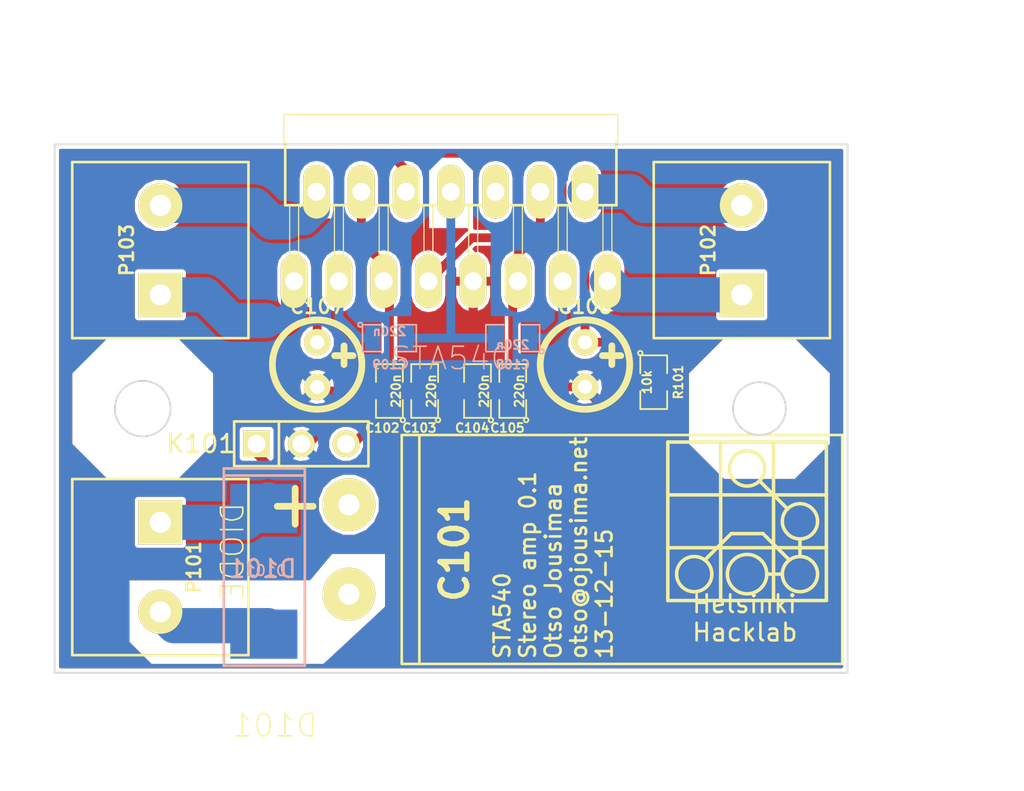
<source format=kicad_pcb>
(kicad_pcb (version 3) (host pcbnew "(2013-06-06 BZR 4193)-testing")

  (general
    (links 33)
    (no_connects 0)
    (area 36.899999 17.15 99 63.700001)
    (thickness 1.6)
    (drawings 55)
    (tracks 90)
    (zones 0)
    (modules 16)
    (nets 14)
  )

  (page A4)
  (layers
    (15 F.Cu signal)
    (2 Inner2.Cu power hide)
    (1 Inner1.Cu power hide)
    (0 B.Cu signal hide)
    (16 B.Adhes user)
    (17 F.Adhes user)
    (18 B.Paste user)
    (19 F.Paste user)
    (20 B.SilkS user)
    (21 F.SilkS user)
    (22 B.Mask user)
    (23 F.Mask user)
    (24 Dwgs.User user)
    (25 Cmts.User user)
    (26 Eco1.User user)
    (27 Eco2.User user)
    (28 Edge.Cuts user)
  )

  (setup
    (last_trace_width 0.5)
    (user_trace_width 0.2)
    (user_trace_width 0.3)
    (user_trace_width 0.4)
    (user_trace_width 0.5)
    (user_trace_width 0.75)
    (user_trace_width 1)
    (user_trace_width 1.25)
    (user_trace_width 1.5)
    (user_trace_width 2)
    (trace_clearance 0.2)
    (zone_clearance 0.2)
    (zone_45_only no)
    (trace_min 0.2)
    (segment_width 0.2)
    (edge_width 0.1)
    (via_size 0.889)
    (via_drill 0.635)
    (via_min_size 0.889)
    (via_min_drill 0.508)
    (uvia_size 0.508)
    (uvia_drill 0.127)
    (uvias_allowed no)
    (uvia_min_size 0.508)
    (uvia_min_drill 0.127)
    (pcb_text_width 0.3)
    (pcb_text_size 1.5 1.5)
    (mod_edge_width 0.15)
    (mod_text_size 1 1)
    (mod_text_width 0.15)
    (pad_size 1.524 3.048)
    (pad_drill 1.016)
    (pad_to_mask_clearance 0)
    (aux_axis_origin 0 0)
    (visible_elements 7FFFFFFF)
    (pcbplotparams
      (layerselection 1048576)
      (usegerberextensions true)
      (excludeedgelayer false)
      (linewidth 0.150000)
      (plotframeref false)
      (viasonmask false)
      (mode 1)
      (useauxorigin false)
      (hpglpennumber 1)
      (hpglpenspeed 20)
      (hpglpendiameter 15)
      (hpglpenoverlay 2)
      (psnegative false)
      (psa4output false)
      (plotreference true)
      (plotvalue false)
      (plotothertext false)
      (plotinvisibletext false)
      (padsonsilk false)
      (subtractmaskfromsilk true)
      (outputformat 1)
      (mirror false)
      (drillshape 0)
      (scaleselection 1)
      (outputdirectory out/))
  )

  (net 0 "")
  (net 1 GND)
  (net 2 N-000001)
  (net 3 N-0000010)
  (net 4 N-0000011)
  (net 5 N-0000012)
  (net 6 N-000002)
  (net 7 N-000004)
  (net 8 N-000005)
  (net 9 N-000006)
  (net 10 N-000007)
  (net 11 N-000008)
  (net 12 N-000009)
  (net 13 VCC)

  (net_class Default "This is the default net class."
    (clearance 0.2)
    (trace_width 0.2)
    (via_dia 0.889)
    (via_drill 0.635)
    (uvia_dia 0.508)
    (uvia_drill 0.127)
    (add_net "")
    (add_net GND)
    (add_net N-000001)
    (add_net N-0000010)
    (add_net N-0000011)
    (add_net N-0000012)
    (add_net N-000002)
    (add_net N-000004)
    (add_net N-000005)
    (add_net N-000006)
    (add_net N-000007)
    (add_net N-000008)
    (add_net N-000009)
    (add_net VCC)
  )

  (module -SMC (layer B.Cu) (tedit 52ADE793) (tstamp 52ADBEC4)
    (at 52 49 90)
    (descr DIODE)
    (tags DIODE)
    (path /52ADBD0B)
    (attr smd)
    (fp_text reference D101 (at -9 0.5 360) (layer F.SilkS)
      (effects (font (size 1.27 1.27) (thickness 0.0889)) (justify mirror))
    )
    (fp_text value DIODE (at 0.889 -1.905 90) (layer F.SilkS)
      (effects (font (size 1.27 1.27) (thickness 0.0889)) (justify mirror))
    )
    (fp_text user D101 (at -0.2 0 180) (layer B.SilkS)
      (effects (font (size 0.6 0.6) (thickness 0.1)) (justify mirror))
    )
    (fp_line (start 5.2 2.2) (end 5.6 2.2) (layer B.SilkS) (width 0.15))
    (fp_line (start 5.6 2.2) (end 5.6 -2.4) (layer B.SilkS) (width 0.15))
    (fp_line (start 5.6 -2.4) (end 5.2 -2.4) (layer B.SilkS) (width 0.15))
    (fp_line (start 5.2 2.2) (end -5.6 2.2) (layer B.SilkS) (width 0.15))
    (fp_line (start -5.6 2.2) (end -5.6 -2.4) (layer B.SilkS) (width 0.15))
    (fp_line (start -5.6 -2.4) (end 5.2 -2.4) (layer B.SilkS) (width 0.15))
    (fp_line (start 5.2 -2.4) (end 5.2 2.2) (layer B.SilkS) (width 0.15))
    (pad 1 smd rect (at -3.81 -0.127 90) (size 2.794 3.81)
      (layers B.Cu B.Paste B.Mask)
      (net 1 GND)
    )
    (pad 2 smd rect (at 3.3274 -0.127 90) (size 2.794 3.81)
      (layers B.Cu B.Paste B.Mask)
      (net 13 VCC)
    )
  )

  (module Elko_vert_DM5_RM2-5 (layer F.Cu) (tedit 52ADE545) (tstamp 52ADD537)
    (at 54.9 37.5 270)
    (descr "Electrolytic Capacitor, vertical, diameter 5mm, radial, RM 2,5mm")
    (tags "Electrolytic Capacitor, vertical, diameter 5mm, radial, RM 2,5mm, Elko, Electrolytkondensator, Kondensator gepolt, Durchmesser 5mm")
    (path /52AB3606)
    (fp_text reference C107 (at -3.3 0 360) (layer F.SilkS)
      (effects (font (size 0.8 0.8) (thickness 0.15)))
    )
    (fp_text value 47u (at 0 3.81 270) (layer F.SilkS) hide
      (effects (font (thickness 0.3048)))
    )
    (fp_line (start 0 -1.524) (end -1.0668 -1.524) (layer F.SilkS) (width 0.381))
    (fp_line (start -0.508 -2.032) (end -0.508 -0.9906) (layer F.SilkS) (width 0.381))
    (fp_circle (center 0 0) (end 2.54 0) (layer F.SilkS) (width 0.381))
    (pad 2 thru_hole circle (at 1.27 0 270) (size 1.50114 1.50114) (drill 0.8001)
      (layers *.Cu *.Mask F.SilkS)
      (net 1 GND)
    )
    (pad 1 thru_hole circle (at -1.27 0 270) (size 1.50114 1.50114) (drill 0.8001)
      (layers *.Cu *.Mask F.SilkS)
      (net 6 N-000002)
    )
  )

  (module Elko_vert_DM5_RM2-5 (layer F.Cu) (tedit 52ADE53A) (tstamp 52ADD52B)
    (at 70.1 37.5 270)
    (descr "Electrolytic Capacitor, vertical, diameter 5mm, radial, RM 2,5mm")
    (tags "Electrolytic Capacitor, vertical, diameter 5mm, radial, RM 2,5mm, Elko, Electrolytkondensator, Kondensator gepolt, Durchmesser 5mm")
    (path /52AB3615)
    (fp_text reference C106 (at -3.3 0 360) (layer F.SilkS)
      (effects (font (size 0.8 0.8) (thickness 0.15)))
    )
    (fp_text value 10u (at 0 3.81 270) (layer F.SilkS) hide
      (effects (font (thickness 0.3048)))
    )
    (fp_line (start 0 -1.524) (end -1.0668 -1.524) (layer F.SilkS) (width 0.381))
    (fp_line (start -0.508 -2.032) (end -0.508 -0.9906) (layer F.SilkS) (width 0.381))
    (fp_circle (center 0 0) (end 2.54 0) (layer F.SilkS) (width 0.381))
    (pad 2 thru_hole circle (at 1.27 0 270) (size 1.50114 1.50114) (drill 0.8001)
      (layers *.Cu *.Mask F.SilkS)
      (net 1 GND)
    )
    (pad 1 thru_hole circle (at -1.27 0 270) (size 1.50114 1.50114) (drill 0.8001)
      (layers *.Cu *.Mask F.SilkS)
      (net 2 N-000001)
    )
  )

  (module st-microelectronics-MULTIWATT-15 (layer F.Cu) (tedit 52ADE4D3) (tstamp 52AB3995)
    (at 62.484 25.146)
    (descr "MULTIWATT 15 LEAD")
    (tags "MULTIWATT 15 LEAD")
    (path /52A99956)
    (attr virtual)
    (fp_text reference U101 (at 0.016 5.154) (layer B.SilkS) hide
      (effects (font (size 1.27 1.27) (thickness 0.0889)))
    )
    (fp_text value STA540 (at 0 12) (layer B.SilkS)
      (effects (font (size 1.27 1.27) (thickness 0.0889)))
    )
    (fp_line (start -9.144 6.096) (end -8.636 6.096) (layer F.SilkS) (width 0.06604))
    (fp_line (start -8.636 6.096) (end -8.636 3.302) (layer F.SilkS) (width 0.06604))
    (fp_line (start -9.144 3.302) (end -8.636 3.302) (layer F.SilkS) (width 0.06604))
    (fp_line (start -9.144 6.096) (end -9.144 3.302) (layer F.SilkS) (width 0.06604))
    (fp_line (start -6.604 6.096) (end -6.096 6.096) (layer F.SilkS) (width 0.06604))
    (fp_line (start -6.096 6.096) (end -6.096 3.302) (layer F.SilkS) (width 0.06604))
    (fp_line (start -6.604 3.302) (end -6.096 3.302) (layer F.SilkS) (width 0.06604))
    (fp_line (start -6.604 6.096) (end -6.604 3.302) (layer F.SilkS) (width 0.06604))
    (fp_line (start -4.064 6.096) (end -3.556 6.096) (layer F.SilkS) (width 0.06604))
    (fp_line (start -3.556 6.096) (end -3.556 3.302) (layer F.SilkS) (width 0.06604))
    (fp_line (start -4.064 3.302) (end -3.556 3.302) (layer F.SilkS) (width 0.06604))
    (fp_line (start -4.064 6.096) (end -4.064 3.302) (layer F.SilkS) (width 0.06604))
    (fp_line (start -1.524 6.096) (end -1.016 6.096) (layer F.SilkS) (width 0.06604))
    (fp_line (start -1.016 6.096) (end -1.016 3.302) (layer F.SilkS) (width 0.06604))
    (fp_line (start -1.524 3.302) (end -1.016 3.302) (layer F.SilkS) (width 0.06604))
    (fp_line (start -1.524 6.096) (end -1.524 3.302) (layer F.SilkS) (width 0.06604))
    (fp_line (start 1.016 6.096) (end 1.524 6.096) (layer F.SilkS) (width 0.06604))
    (fp_line (start 1.524 6.096) (end 1.524 3.302) (layer F.SilkS) (width 0.06604))
    (fp_line (start 1.016 3.302) (end 1.524 3.302) (layer F.SilkS) (width 0.06604))
    (fp_line (start 1.016 6.096) (end 1.016 3.302) (layer F.SilkS) (width 0.06604))
    (fp_line (start 3.556 6.096) (end 4.064 6.096) (layer F.SilkS) (width 0.06604))
    (fp_line (start 4.064 6.096) (end 4.064 3.302) (layer F.SilkS) (width 0.06604))
    (fp_line (start 3.556 3.302) (end 4.064 3.302) (layer F.SilkS) (width 0.06604))
    (fp_line (start 3.556 6.096) (end 3.556 3.302) (layer F.SilkS) (width 0.06604))
    (fp_line (start 6.096 6.096) (end 6.604 6.096) (layer F.SilkS) (width 0.06604))
    (fp_line (start 6.604 6.096) (end 6.604 3.302) (layer F.SilkS) (width 0.06604))
    (fp_line (start 6.096 3.302) (end 6.604 3.302) (layer F.SilkS) (width 0.06604))
    (fp_line (start 6.096 6.096) (end 6.096 3.302) (layer F.SilkS) (width 0.06604))
    (fp_line (start 8.636 6.096) (end 9.144 6.096) (layer F.SilkS) (width 0.06604))
    (fp_line (start 9.144 6.096) (end 9.144 3.302) (layer F.SilkS) (width 0.06604))
    (fp_line (start 8.636 3.302) (end 9.144 3.302) (layer F.SilkS) (width 0.06604))
    (fp_line (start 8.636 6.096) (end 8.636 3.302) (layer F.SilkS) (width 0.06604))
    (fp_line (start -9.4742 -0.17272) (end 9.4742 -0.17272) (layer F.SilkS) (width 0.06604))
    (fp_line (start 9.4742 -0.17272) (end 9.4742 -1.84912) (layer F.SilkS) (width 0.06604))
    (fp_line (start -9.4742 -1.84912) (end 9.4742 -1.84912) (layer F.SilkS) (width 0.06604))
    (fp_line (start -9.4742 -0.17272) (end -9.4742 -1.84912) (layer F.SilkS) (width 0.06604))
    (fp_line (start -9.398 3.302) (end -9.144 3.302) (layer F.SilkS) (width 0.1524))
    (fp_line (start -9.144 3.302) (end 9.144 3.302) (layer F.SilkS) (width 0.1524))
    (fp_line (start 9.144 3.302) (end 9.398 3.302) (layer F.SilkS) (width 0.1524))
    (fp_line (start -9.398 -0.254) (end -9.398 3.302) (layer F.SilkS) (width 0.1524))
    (fp_line (start 9.398 -0.254) (end 9.398 3.302) (layer F.SilkS) (width 0.1524))
    (pad 1 thru_hole oval (at -8.89 7.62) (size 1.524 3.048) (drill 1.016)
      (layers *.Cu *.Mask F.Paste F.SilkS)
      (net 10 N-000007)
    )
    (pad 2 thru_hole oval (at -7.62 2.54) (size 1.524 3.048) (drill 1.016)
      (layers *.Cu *.Mask F.Paste F.SilkS)
      (net 11 N-000008)
    )
    (pad 3 thru_hole oval (at -6.35 7.62) (size 1.524 3.048) (drill 1.016)
      (layers *.Cu *.Mask F.Paste F.SilkS)
      (net 13 VCC)
    )
    (pad 4 thru_hole oval (at -5.08 2.54) (size 1.524 3.048) (drill 1.016)
      (layers *.Cu *.Mask F.Paste F.SilkS)
      (net 3 N-0000010)
    )
    (pad 5 thru_hole oval (at -3.81 7.62) (size 1.524 3.048) (drill 1.016)
      (layers *.Cu *.Mask F.Paste F.SilkS)
      (net 3 N-0000010)
    )
    (pad 6 thru_hole oval (at -2.54 2.54) (size 1.524 3.048) (drill 1.016)
      (layers *.Cu *.Mask F.Paste F.SilkS)
      (net 6 N-000002)
    )
    (pad 7 thru_hole oval (at -1.27 7.62) (size 1.524 3.048) (drill 1.016)
      (layers *.Cu *.Mask F.Paste F.SilkS)
      (net 2 N-000001)
    )
    (pad 8 thru_hole oval (at 0 2.54) (size 1.524 3.048) (drill 1.016)
      (layers *.Cu *.Mask F.Paste F.SilkS)
      (net 1 GND)
    )
    (pad 9 thru_hole oval (at 1.27 7.62) (size 1.524 3.048) (drill 1.016)
      (layers *.Cu *.Mask F.Paste F.SilkS)
      (net 1 GND)
    )
    (pad 10 thru_hole oval (at 2.54 2.54) (size 1.524 3.048) (drill 1.016)
      (layers *.Cu *.Mask F.Paste F.SilkS)
      (net 7 N-000004)
    )
    (pad 11 thru_hole oval (at 3.81 7.62) (size 1.524 3.048) (drill 1.016)
      (layers *.Cu *.Mask F.Paste F.SilkS)
      (net 8 N-000005)
    )
    (pad 12 thru_hole oval (at 5.08 2.54) (size 1.524 3.048) (drill 1.016)
      (layers *.Cu *.Mask F.Paste F.SilkS)
      (net 8 N-000005)
    )
    (pad 13 thru_hole oval (at 6.35 7.62) (size 1.524 3.048) (drill 1.016)
      (layers *.Cu *.Mask F.Paste F.SilkS)
      (net 13 VCC)
    )
    (pad 14 thru_hole oval (at 7.62 2.54) (size 1.524 3.048) (drill 1.016)
      (layers *.Cu *.Mask F.Paste F.SilkS)
      (net 12 N-000009)
    )
    (pad 15 thru_hole oval (at 8.89 7.62) (size 1.524 3.048) (drill 1.016)
      (layers *.Cu *.Mask F.Paste F.SilkS)
      (net 9 N-000006)
    )
  )

  (module Elko_vert_DM14_RM5 (layer F.Cu) (tedit 52ADBF16) (tstamp 52AB3BFC)
    (at 56.7 48 90)
    (descr "Electrolytic Capacitor, vertical, diameter 14mm, RM 5mm")
    (tags "Electrolytic Capacitor, vertical, diameter 14mm, RM 5mm, Elko, Electrolytkondensator, Kondensator gepolt, Durchmesser 14mm")
    (path /52AB3352)
    (fp_text reference C101 (at 0 6 90) (layer F.SilkS)
      (effects (font (thickness 0.3048)))
    )
    (fp_text value 1000u (at 0 8.89 90) (layer F.SilkS) hide
      (effects (font (thickness 0.3048)))
    )
    (fp_line (start 6.5 4) (end -6.5 4) (layer F.SilkS) (width 0.15))
    (fp_line (start 6.5 3) (end -6.5 3) (layer F.SilkS) (width 0.15))
    (fp_line (start -6.5 3) (end -6.5 28) (layer F.SilkS) (width 0.15))
    (fp_line (start -6.5 28) (end 6.5 28) (layer F.SilkS) (width 0.15))
    (fp_line (start 6.5 28) (end 6.5 3) (layer F.SilkS) (width 0.15))
    (fp_line (start 1.436 -3.048) (end 3.468 -3.048) (layer F.SilkS) (width 0.381))
    (fp_line (start 2.452 -4.064) (end 2.452 -2.032) (layer F.SilkS) (width 0.381))
    (pad 2 thru_hole circle (at 2.54 0 90) (size 2.99974 2.99974) (drill 1.19888)
      (layers *.Cu *.Mask F.SilkS)
      (net 13 VCC)
    )
    (pad 1 thru_hole circle (at -2.54 0 90) (size 2.99974 2.99974) (drill 1.19888)
      (layers *.Cu *.Mask F.SilkS)
      (net 1 GND)
    )
  )

  (module PIN_ARRAY_2X1 (layer F.Cu) (tedit 52AD9CD9) (tstamp 52AB393E)
    (at 79 31 90)
    (descr "Connecteurs 2 pins")
    (tags "CONN DEV")
    (path /52A99938)
    (fp_text reference P102 (at 0 -1.905 90) (layer F.SilkS)
      (effects (font (size 0.762 0.762) (thickness 0.1524)))
    )
    (fp_text value CONN_2 (at 0 -1.905 90) (layer F.SilkS) hide
      (effects (font (size 0.762 0.762) (thickness 0.1524)))
    )
    (fp_line (start -5 0) (end -5 -5) (layer F.SilkS) (width 0.15))
    (fp_line (start -5 -5) (end 5 -5) (layer F.SilkS) (width 0.15))
    (fp_line (start 5 -5) (end 5 5) (layer F.SilkS) (width 0.15))
    (fp_line (start 5 5) (end -5 5) (layer F.SilkS) (width 0.15))
    (fp_line (start -5 5) (end -5 0) (layer F.SilkS) (width 0.15))
    (pad 1 thru_hole rect (at -2.54 0 90) (size 2.5 2.5) (drill 1.2)
      (layers *.Cu *.Mask F.SilkS)
      (net 9 N-000006)
    )
    (pad 2 thru_hole circle (at 2.54 0 90) (size 2.5 2.5) (drill 1.2)
      (layers *.Cu *.Mask F.SilkS)
      (net 12 N-000009)
    )
    (model pin_array/pins_array_2x1.wrl
      (at (xyz 0 0 0))
      (scale (xyz 1 1 1))
      (rotate (xyz 0 0 0))
    )
  )

  (module PIN_ARRAY_2X1 (layer F.Cu) (tedit 52AD9CBA) (tstamp 52AB3934)
    (at 46 49 270)
    (descr "Connecteurs 2 pins")
    (tags "CONN DEV")
    (path /52A99947)
    (fp_text reference P101 (at 0 -1.905 270) (layer F.SilkS)
      (effects (font (size 0.762 0.762) (thickness 0.1524)))
    )
    (fp_text value CONN_2 (at 0 -1.905 270) (layer F.SilkS) hide
      (effects (font (size 0.762 0.762) (thickness 0.1524)))
    )
    (fp_line (start 5 0) (end 5 -5) (layer F.SilkS) (width 0.15))
    (fp_line (start 5 -5) (end -5 -5) (layer F.SilkS) (width 0.15))
    (fp_line (start -5 -5) (end -5 5) (layer F.SilkS) (width 0.15))
    (fp_line (start -5 5) (end 5 5) (layer F.SilkS) (width 0.15))
    (fp_line (start 5 5) (end 5 0) (layer F.SilkS) (width 0.15))
    (pad 1 thru_hole rect (at -2.54 0 270) (size 2.5 2.5) (drill 1.2)
      (layers *.Cu *.Mask F.SilkS)
      (net 13 VCC)
    )
    (pad 2 thru_hole circle (at 2.54 0 270) (size 2.5 2.5) (drill 1.2)
      (layers *.Cu *.Mask F.SilkS)
      (net 1 GND)
    )
    (model pin_array/pins_array_2x1.wrl
      (at (xyz 0 0 0))
      (scale (xyz 1 1 1))
      (rotate (xyz 0 0 0))
    )
  )

  (module PIN_ARRAY_2X1 (layer F.Cu) (tedit 52AD9C80) (tstamp 52AD9CCD)
    (at 46 31 90)
    (descr "Connecteurs 2 pins")
    (tags "CONN DEV")
    (path /52A99929)
    (fp_text reference P103 (at 0 -1.905 90) (layer F.SilkS)
      (effects (font (size 0.762 0.762) (thickness 0.1524)))
    )
    (fp_text value CONN_2 (at 0 -1.905 90) (layer F.SilkS) hide
      (effects (font (size 0.762 0.762) (thickness 0.1524)))
    )
    (fp_line (start -5 0) (end -5 5) (layer F.SilkS) (width 0.15))
    (fp_line (start -5 5) (end 5 5) (layer F.SilkS) (width 0.15))
    (fp_line (start 5 5) (end 5 0) (layer F.SilkS) (width 0.15))
    (fp_line (start 5 0) (end 5 -5) (layer F.SilkS) (width 0.15))
    (fp_line (start 5 -5) (end -5 -5) (layer F.SilkS) (width 0.15))
    (fp_line (start -5 -5) (end -5 0) (layer F.SilkS) (width 0.15))
    (pad 1 thru_hole rect (at -2.54 0 90) (size 2.5 2.5) (drill 1.2)
      (layers *.Cu *.Mask F.SilkS)
      (net 10 N-000007)
    )
    (pad 2 thru_hole circle (at 2.54 0 90) (size 2.5 2.5) (drill 1.2)
      (layers *.Cu *.Mask F.SilkS)
      (net 11 N-000008)
    )
    (model pin_array/pins_array_2x1.wrl
      (at (xyz 0 0 0))
      (scale (xyz 1 1 1))
      (rotate (xyz 0 0 0))
    )
  )

  (module SM0805 (layer F.Cu) (tedit 52ADD279) (tstamp 52ADD26E)
    (at 61 39 90)
    (path /52AB3325)
    (attr smd)
    (fp_text reference C102 (at -2.1 -2.4 360) (layer F.SilkS)
      (effects (font (size 0.50038 0.50038) (thickness 0.10922)))
    )
    (fp_text value 220n (at 0 0.381 90) (layer F.SilkS)
      (effects (font (size 0.50038 0.50038) (thickness 0.10922)))
    )
    (fp_circle (center -1.651 0.762) (end -1.651 0.635) (layer F.SilkS) (width 0.09906))
    (fp_line (start -0.508 0.762) (end -1.524 0.762) (layer F.SilkS) (width 0.09906))
    (fp_line (start -1.524 0.762) (end -1.524 -0.762) (layer F.SilkS) (width 0.09906))
    (fp_line (start -1.524 -0.762) (end -0.508 -0.762) (layer F.SilkS) (width 0.09906))
    (fp_line (start 0.508 -0.762) (end 1.524 -0.762) (layer F.SilkS) (width 0.09906))
    (fp_line (start 1.524 -0.762) (end 1.524 0.762) (layer F.SilkS) (width 0.09906))
    (fp_line (start 1.524 0.762) (end 0.508 0.762) (layer F.SilkS) (width 0.09906))
    (pad 1 smd rect (at -0.9525 0 90) (size 0.889 1.397)
      (layers F.Cu F.Paste F.Mask)
      (net 5 N-0000012)
    )
    (pad 2 smd rect (at 0.9525 0 90) (size 0.889 1.397)
      (layers F.Cu F.Paste F.Mask)
      (net 3 N-0000010)
    )
    (model smd/chip_cms.wrl
      (at (xyz 0 0 0))
      (scale (xyz 0.1 0.1 0.1))
      (rotate (xyz 0 0 0))
    )
  )

  (module SM0805 (layer F.Cu) (tedit 52ADD276) (tstamp 52AB38D4)
    (at 64 39 90)
    (path /52AB3343)
    (attr smd)
    (fp_text reference C103 (at -2.1 -3.3 180) (layer F.SilkS)
      (effects (font (size 0.50038 0.50038) (thickness 0.10922)))
    )
    (fp_text value 220n (at 0 0.381 90) (layer F.SilkS)
      (effects (font (size 0.50038 0.50038) (thickness 0.10922)))
    )
    (fp_circle (center -1.651 0.762) (end -1.651 0.635) (layer F.SilkS) (width 0.09906))
    (fp_line (start -0.508 0.762) (end -1.524 0.762) (layer F.SilkS) (width 0.09906))
    (fp_line (start -1.524 0.762) (end -1.524 -0.762) (layer F.SilkS) (width 0.09906))
    (fp_line (start -1.524 -0.762) (end -0.508 -0.762) (layer F.SilkS) (width 0.09906))
    (fp_line (start 0.508 -0.762) (end 1.524 -0.762) (layer F.SilkS) (width 0.09906))
    (fp_line (start 1.524 -0.762) (end 1.524 0.762) (layer F.SilkS) (width 0.09906))
    (fp_line (start 1.524 0.762) (end 0.508 0.762) (layer F.SilkS) (width 0.09906))
    (pad 1 smd rect (at -0.9525 0 90) (size 0.889 1.397)
      (layers F.Cu F.Paste F.Mask)
      (net 4 N-0000011)
    )
    (pad 2 smd rect (at 0.9525 0 90) (size 0.889 1.397)
      (layers F.Cu F.Paste F.Mask)
      (net 8 N-000005)
    )
    (model smd/chip_cms.wrl
      (at (xyz 0 0 0))
      (scale (xyz 0.1 0.1 0.1))
      (rotate (xyz 0 0 0))
    )
  )

  (module SM0805 (layer F.Cu) (tedit 52ADD266) (tstamp 52AB38E1)
    (at 59 39 90)
    (path /52AB3316)
    (attr smd)
    (fp_text reference C104 (at -2.1 4.7 180) (layer F.SilkS)
      (effects (font (size 0.50038 0.50038) (thickness 0.10922)))
    )
    (fp_text value 220n (at 0 0.381 90) (layer F.SilkS)
      (effects (font (size 0.50038 0.50038) (thickness 0.10922)))
    )
    (fp_circle (center -1.651 0.762) (end -1.651 0.635) (layer F.SilkS) (width 0.09906))
    (fp_line (start -0.508 0.762) (end -1.524 0.762) (layer F.SilkS) (width 0.09906))
    (fp_line (start -1.524 0.762) (end -1.524 -0.762) (layer F.SilkS) (width 0.09906))
    (fp_line (start -1.524 -0.762) (end -0.508 -0.762) (layer F.SilkS) (width 0.09906))
    (fp_line (start 0.508 -0.762) (end 1.524 -0.762) (layer F.SilkS) (width 0.09906))
    (fp_line (start 1.524 -0.762) (end 1.524 0.762) (layer F.SilkS) (width 0.09906))
    (fp_line (start 1.524 0.762) (end 0.508 0.762) (layer F.SilkS) (width 0.09906))
    (pad 1 smd rect (at -0.9525 0 90) (size 0.889 1.397)
      (layers F.Cu F.Paste F.Mask)
      (net 5 N-0000012)
    )
    (pad 2 smd rect (at 0.9525 0 90) (size 0.889 1.397)
      (layers F.Cu F.Paste F.Mask)
      (net 3 N-0000010)
    )
    (model smd/chip_cms.wrl
      (at (xyz 0 0 0))
      (scale (xyz 0.1 0.1 0.1))
      (rotate (xyz 0 0 0))
    )
  )

  (module SM0805 (layer F.Cu) (tedit 52ADD269) (tstamp 52ADD239)
    (at 66 39 90)
    (path /52AB3334)
    (attr smd)
    (fp_text reference C105 (at -2.1 -0.3 360) (layer F.SilkS)
      (effects (font (size 0.50038 0.50038) (thickness 0.10922)))
    )
    (fp_text value 220n (at 0 0.381 90) (layer F.SilkS)
      (effects (font (size 0.50038 0.50038) (thickness 0.10922)))
    )
    (fp_circle (center -1.651 0.762) (end -1.651 0.635) (layer F.SilkS) (width 0.09906))
    (fp_line (start -0.508 0.762) (end -1.524 0.762) (layer F.SilkS) (width 0.09906))
    (fp_line (start -1.524 0.762) (end -1.524 -0.762) (layer F.SilkS) (width 0.09906))
    (fp_line (start -1.524 -0.762) (end -0.508 -0.762) (layer F.SilkS) (width 0.09906))
    (fp_line (start 0.508 -0.762) (end 1.524 -0.762) (layer F.SilkS) (width 0.09906))
    (fp_line (start 1.524 -0.762) (end 1.524 0.762) (layer F.SilkS) (width 0.09906))
    (fp_line (start 1.524 0.762) (end 0.508 0.762) (layer F.SilkS) (width 0.09906))
    (pad 1 smd rect (at -0.9525 0 90) (size 0.889 1.397)
      (layers F.Cu F.Paste F.Mask)
      (net 4 N-0000011)
    )
    (pad 2 smd rect (at 0.9525 0 90) (size 0.889 1.397)
      (layers F.Cu F.Paste F.Mask)
      (net 8 N-000005)
    )
    (model smd/chip_cms.wrl
      (at (xyz 0 0 0))
      (scale (xyz 0.1 0.1 0.1))
      (rotate (xyz 0 0 0))
    )
  )

  (module SM0805 (layer B.Cu) (tedit 52ADD2C6) (tstamp 52AB3911)
    (at 66 36 180)
    (path /52AB3361)
    (attr smd)
    (fp_text reference C108 (at 0 -1.5 180) (layer B.SilkS)
      (effects (font (size 0.50038 0.50038) (thickness 0.10922)) (justify mirror))
    )
    (fp_text value 220n (at 0 -0.381 180) (layer B.SilkS)
      (effects (font (size 0.50038 0.50038) (thickness 0.10922)) (justify mirror))
    )
    (fp_circle (center -1.651 -0.762) (end -1.651 -0.635) (layer B.SilkS) (width 0.09906))
    (fp_line (start -0.508 -0.762) (end -1.524 -0.762) (layer B.SilkS) (width 0.09906))
    (fp_line (start -1.524 -0.762) (end -1.524 0.762) (layer B.SilkS) (width 0.09906))
    (fp_line (start -1.524 0.762) (end -0.508 0.762) (layer B.SilkS) (width 0.09906))
    (fp_line (start 0.508 0.762) (end 1.524 0.762) (layer B.SilkS) (width 0.09906))
    (fp_line (start 1.524 0.762) (end 1.524 -0.762) (layer B.SilkS) (width 0.09906))
    (fp_line (start 1.524 -0.762) (end 0.508 -0.762) (layer B.SilkS) (width 0.09906))
    (pad 1 smd rect (at -0.9525 0 180) (size 0.889 1.397)
      (layers B.Cu B.Paste B.Mask)
      (net 13 VCC)
    )
    (pad 2 smd rect (at 0.9525 0 180) (size 0.889 1.397)
      (layers B.Cu B.Paste B.Mask)
      (net 1 GND)
    )
    (model smd/chip_cms.wrl
      (at (xyz 0 0 0))
      (scale (xyz 0.1 0.1 0.1))
      (rotate (xyz 0 0 0))
    )
  )

  (module SM0805 (layer B.Cu) (tedit 52ADD2C1) (tstamp 52AB391E)
    (at 59 36)
    (path /52AB3370)
    (attr smd)
    (fp_text reference C109 (at 0 1.5) (layer B.SilkS)
      (effects (font (size 0.50038 0.50038) (thickness 0.10922)) (justify mirror))
    )
    (fp_text value 220n (at 0 -0.381) (layer B.SilkS)
      (effects (font (size 0.50038 0.50038) (thickness 0.10922)) (justify mirror))
    )
    (fp_circle (center -1.651 -0.762) (end -1.651 -0.635) (layer B.SilkS) (width 0.09906))
    (fp_line (start -0.508 -0.762) (end -1.524 -0.762) (layer B.SilkS) (width 0.09906))
    (fp_line (start -1.524 -0.762) (end -1.524 0.762) (layer B.SilkS) (width 0.09906))
    (fp_line (start -1.524 0.762) (end -0.508 0.762) (layer B.SilkS) (width 0.09906))
    (fp_line (start 0.508 0.762) (end 1.524 0.762) (layer B.SilkS) (width 0.09906))
    (fp_line (start 1.524 0.762) (end 1.524 -0.762) (layer B.SilkS) (width 0.09906))
    (fp_line (start 1.524 -0.762) (end 0.508 -0.762) (layer B.SilkS) (width 0.09906))
    (pad 1 smd rect (at -0.9525 0) (size 0.889 1.397)
      (layers B.Cu B.Paste B.Mask)
      (net 13 VCC)
    )
    (pad 2 smd rect (at 0.9525 0) (size 0.889 1.397)
      (layers B.Cu B.Paste B.Mask)
      (net 1 GND)
    )
    (model smd/chip_cms.wrl
      (at (xyz 0 0 0))
      (scale (xyz 0.1 0.1 0.1))
      (rotate (xyz 0 0 0))
    )
  )

  (module PIN_ARRAY_3X1 (layer F.Cu) (tedit 52ADD2D5) (tstamp 52AB392A)
    (at 54 42)
    (descr "Connecteur 3 pins")
    (tags "CONN DEV")
    (path /52A9991A)
    (fp_text reference K101 (at -5.7 0) (layer F.SilkS)
      (effects (font (size 1.016 1.016) (thickness 0.1524)))
    )
    (fp_text value CONN_3 (at 0 -2.159) (layer F.SilkS) hide
      (effects (font (size 1.016 1.016) (thickness 0.1524)))
    )
    (fp_line (start -3.81 1.27) (end -3.81 -1.27) (layer F.SilkS) (width 0.1524))
    (fp_line (start -3.81 -1.27) (end 3.81 -1.27) (layer F.SilkS) (width 0.1524))
    (fp_line (start 3.81 -1.27) (end 3.81 1.27) (layer F.SilkS) (width 0.1524))
    (fp_line (start 3.81 1.27) (end -3.81 1.27) (layer F.SilkS) (width 0.1524))
    (fp_line (start -1.27 -1.27) (end -1.27 1.27) (layer F.SilkS) (width 0.1524))
    (pad 1 thru_hole rect (at -2.54 0) (size 1.524 1.524) (drill 1.016)
      (layers *.Cu *.Mask F.SilkS)
      (net 4 N-0000011)
    )
    (pad 2 thru_hole circle (at 0 0) (size 1.524 1.524) (drill 1.016)
      (layers *.Cu *.Mask F.SilkS)
      (net 1 GND)
    )
    (pad 3 thru_hole circle (at 2.54 0) (size 1.524 1.524) (drill 1.016)
      (layers *.Cu *.Mask F.SilkS)
      (net 5 N-0000012)
    )
    (model pin_array/pins_array_3x1.wrl
      (at (xyz 0 0 0))
      (scale (xyz 1 1 1))
      (rotate (xyz 0 0 0))
    )
  )

  (module SM0805 (layer F.Cu) (tedit 52ADE353) (tstamp 52ADD545)
    (at 74 38.5 270)
    (path /52AB3624)
    (attr smd)
    (fp_text reference R101 (at 0 -1.4 270) (layer F.SilkS)
      (effects (font (size 0.50038 0.50038) (thickness 0.10922)))
    )
    (fp_text value 10k (at 0 0.381 270) (layer F.SilkS)
      (effects (font (size 0.50038 0.50038) (thickness 0.10922)))
    )
    (fp_circle (center -1.651 0.762) (end -1.651 0.635) (layer F.SilkS) (width 0.09906))
    (fp_line (start -0.508 0.762) (end -1.524 0.762) (layer F.SilkS) (width 0.09906))
    (fp_line (start -1.524 0.762) (end -1.524 -0.762) (layer F.SilkS) (width 0.09906))
    (fp_line (start -1.524 -0.762) (end -0.508 -0.762) (layer F.SilkS) (width 0.09906))
    (fp_line (start 0.508 -0.762) (end 1.524 -0.762) (layer F.SilkS) (width 0.09906))
    (fp_line (start 1.524 -0.762) (end 1.524 0.762) (layer F.SilkS) (width 0.09906))
    (fp_line (start 1.524 0.762) (end 0.508 0.762) (layer F.SilkS) (width 0.09906))
    (pad 1 smd rect (at -0.9525 0 270) (size 0.889 1.397)
      (layers F.Cu F.Paste F.Mask)
      (net 2 N-000001)
    )
    (pad 2 smd rect (at 0.9525 0 270) (size 0.889 1.397)
      (layers F.Cu F.Paste F.Mask)
      (net 1 GND)
    )
    (model smd/chip_cms.wrl
      (at (xyz 0 0 0))
      (scale (xyz 0.1 0.1 0.1))
      (rotate (xyz 0 0 0))
    )
  )

  (gr_circle (center 80 40) (end 83 40) (layer Dwgs.User) (width 0.2))
  (gr_circle (center 80 40) (end 81.5 40) (layer Edge.Cuts) (width 0.1))
  (gr_circle (center 45 40) (end 43.5 40.5) (layer Edge.Cuts) (width 0.1))
  (gr_circle (center 45 40) (end 42 40) (layer Dwgs.User) (width 0.2))
  (gr_text D101 (at 51.8 49.1) (layer B.SilkS)
    (effects (font (size 1 1) (thickness 0.15)) (justify mirror))
  )
  (gr_line (start 44 29) (end 40 29) (angle 90) (layer Dwgs.User) (width 0.2))
  (gr_line (start 44 25) (end 44 29) (angle 90) (layer Dwgs.User) (width 0.2))
  (gr_line (start 89 40) (end 37 40) (angle 90) (layer Dwgs.User) (width 0.2))
  (gr_text "STA540 \nStereo amp 0.1\nOtso Jousimaa\notso@ojousima.net\n13-12-15" (at 68.3 54.3 90) (layer F.SilkS)
    (effects (font (size 0.9 0.9) (thickness 0.15)) (justify left))
  )
  (gr_line (start 44 51) (end 44 55) (angle 90) (layer Dwgs.User) (width 0.2))
  (gr_line (start 40 51) (end 44 51) (angle 90) (layer Dwgs.User) (width 0.2))
  (gr_line (start 81 51) (end 85 51) (angle 90) (layer Dwgs.User) (width 0.2))
  (gr_line (start 81 55) (end 81 51) (angle 90) (layer Dwgs.User) (width 0.2))
  (gr_line (start 81 29) (end 81 25) (angle 90) (layer Dwgs.User) (width 0.2))
  (gr_line (start 85 29) (end 81 29) (angle 90) (layer Dwgs.User) (width 0.2))
  (gr_line (start 43 28) (end 40 28) (angle 90) (layer Dwgs.User) (width 0.2))
  (gr_line (start 43 25) (end 43 28) (angle 90) (layer Dwgs.User) (width 0.2))
  (gr_line (start 43 52) (end 43 55) (angle 90) (layer Dwgs.User) (width 0.2))
  (gr_line (start 40 52) (end 43 52) (angle 90) (layer Dwgs.User) (width 0.2))
  (gr_line (start 82 52) (end 82 55) (angle 90) (layer Dwgs.User) (width 0.2))
  (gr_line (start 85 52) (end 82 52) (angle 90) (layer Dwgs.User) (width 0.2))
  (gr_line (start 82 28) (end 85 28) (angle 90) (layer Dwgs.User) (width 0.2))
  (gr_line (start 82 25) (end 82 28) (angle 90) (layer Dwgs.User) (width 0.2))
  (dimension 28 (width 0.3) (layer Dwgs.User)
    (gr_text "28.000 mm" (at 71 62.35) (layer Dwgs.User)
      (effects (font (size 1.5 1.5) (thickness 0.3)))
    )
    (feature1 (pts (xy 85 48) (xy 85 63.7)))
    (feature2 (pts (xy 57 48) (xy 57 63.7)))
    (crossbar (pts (xy 57 61) (xy 85 61)))
    (arrow1a (pts (xy 85 61) (xy 83.873496 61.586421)))
    (arrow1b (pts (xy 85 61) (xy 83.873496 60.413579)))
    (arrow2a (pts (xy 57 61) (xy 58.126504 61.586421)))
    (arrow2b (pts (xy 57 61) (xy 58.126504 60.413579)))
  )
  (gr_text "Helsinki \nHacklab" (at 76.1 51.9) (layer F.SilkS)
    (effects (font (size 1 1) (thickness 0.15)) (justify left))
  )
  (gr_line (start 80.2 47.1) (end 81.7 48.6) (angle 90) (layer F.SilkS) (width 0.2))
  (gr_line (start 78.4 47.1) (end 80.2 47.1) (angle 90) (layer F.SilkS) (width 0.2))
  (gr_line (start 76.9 48.6) (end 78.4 47.1) (angle 90) (layer F.SilkS) (width 0.2))
  (gr_line (start 80.4 49.4) (end 81.3 49.4) (angle 90) (layer F.SilkS) (width 0.2))
  (gr_line (start 82.3 48.4) (end 82.3 47.4) (angle 90) (layer F.SilkS) (width 0.2))
  (gr_line (start 80 44.1) (end 81.6 45.7) (angle 90) (layer F.SilkS) (width 0.2))
  (gr_circle (center 82.3 49.4) (end 83.3 49.4) (layer F.SilkS) (width 0.2))
  (gr_circle (center 79.3 49.4) (end 80.3 48.9) (layer F.SilkS) (width 0.2))
  (gr_circle (center 76.3 49.4) (end 77.3 49.4) (layer F.SilkS) (width 0.2))
  (gr_circle (center 82.3 46.4) (end 83.3 46.4) (layer F.SilkS) (width 0.2))
  (gr_circle (center 79.3 43.4) (end 80.3 43.4) (layer F.SilkS) (width 0.2))
  (gr_line (start 77.8 50.9) (end 77.8 41.9) (angle 90) (layer F.SilkS) (width 0.2))
  (gr_line (start 80.8 50.9) (end 80.8 41.9) (angle 90) (layer F.SilkS) (width 0.2))
  (gr_line (start 74.8 47.9) (end 83.8 47.9) (angle 90) (layer F.SilkS) (width 0.2))
  (gr_line (start 74.8 44.9) (end 83.8 44.9) (angle 90) (layer F.SilkS) (width 0.2))
  (gr_line (start 74.8 50.9) (end 74.8 41.9) (angle 90) (layer F.SilkS) (width 0.2))
  (gr_line (start 83.8 50.9) (end 74.8 50.9) (angle 90) (layer F.SilkS) (width 0.2))
  (gr_line (start 83.8 47.9) (end 83.8 50.9) (angle 90) (layer F.SilkS) (width 0.2))
  (gr_line (start 83.8 44.9) (end 83.8 47.9) (angle 90) (layer F.SilkS) (width 0.2))
  (gr_line (start 83.8 41.9) (end 83.8 44.9) (angle 90) (layer F.SilkS) (width 0.2))
  (gr_line (start 80.8 41.9) (end 83.8 41.9) (angle 90) (layer F.SilkS) (width 0.2))
  (gr_line (start 77.8 41.9) (end 80.8 41.9) (angle 90) (layer F.SilkS) (width 0.2))
  (gr_line (start 74.8 41.9) (end 77.8 41.9) (angle 90) (layer F.SilkS) (width 0.2))
  (dimension 30 (width 0.3) (layer Dwgs.User)
    (gr_text "30.000 mm" (at 92.35 40 270) (layer Dwgs.User)
      (effects (font (size 1.5 1.5) (thickness 0.3)))
    )
    (feature1 (pts (xy 85 55) (xy 93.7 55)))
    (feature2 (pts (xy 85 25) (xy 93.7 25)))
    (crossbar (pts (xy 91 25) (xy 91 55)))
    (arrow1a (pts (xy 91 55) (xy 90.413579 53.873496)))
    (arrow1b (pts (xy 91 55) (xy 91.586421 53.873496)))
    (arrow2a (pts (xy 91 25) (xy 90.413579 26.126504)))
    (arrow2b (pts (xy 91 25) (xy 91.586421 26.126504)))
  )
  (dimension 45 (width 0.3) (layer Dwgs.User)
    (gr_text "45.000 mm" (at 62.5 18.65) (layer Dwgs.User)
      (effects (font (size 1.5 1.5) (thickness 0.3)))
    )
    (feature1 (pts (xy 85 25) (xy 85 17.3)))
    (feature2 (pts (xy 40 25) (xy 40 17.3)))
    (crossbar (pts (xy 40 20) (xy 85 20)))
    (arrow1a (pts (xy 85 20) (xy 83.873496 20.586421)))
    (arrow1b (pts (xy 85 20) (xy 83.873496 19.413579)))
    (arrow2a (pts (xy 40 20) (xy 41.126504 20.586421)))
    (arrow2b (pts (xy 40 20) (xy 41.126504 19.413579)))
  )
  (gr_line (start 40 55) (end 40 25) (angle 90) (layer Edge.Cuts) (width 0.1))
  (gr_line (start 85 55) (end 40 55) (angle 90) (layer Edge.Cuts) (width 0.1))
  (gr_line (start 85 25) (end 85 55) (angle 90) (layer Edge.Cuts) (width 0.1))
  (gr_line (start 40 25) (end 85 25) (angle 90) (layer Edge.Cuts) (width 0.1))
  (gr_line (start 62.5 25) (end 62.5 22.5) (angle 90) (layer Dwgs.User) (width 0.2))

  (segment (start 54 42) (end 54.4 42) (width 0.5) (layer F.Cu) (net 1))
  (segment (start 56.9 39.5) (end 56.9 39) (width 0.5) (layer F.Cu) (net 1) (tstamp 52B303F6))
  (segment (start 54.4 42) (end 56.9 39.5) (width 0.5) (layer F.Cu) (net 1) (tstamp 52B303F5))
  (segment (start 63.754 32.766) (end 63.754 36.046) (width 0.5) (layer F.Cu) (net 1))
  (segment (start 62.5 37.3) (end 62.5 39) (width 0.5) (layer F.Cu) (net 1) (tstamp 52B303F0))
  (segment (start 63.754 36.046) (end 62.5 37.3) (width 0.5) (layer F.Cu) (net 1) (tstamp 52B303EF))
  (segment (start 70 38.77) (end 67.63 38.77) (width 0.5) (layer F.Cu) (net 1))
  (segment (start 55.13 39) (end 54.9 38.77) (width 0.5) (layer F.Cu) (net 1) (tstamp 52B303E8))
  (segment (start 67.4 39) (end 62.5 39) (width 0.5) (layer F.Cu) (net 1) (tstamp 52B303E7))
  (segment (start 62.5 39) (end 56.9 39) (width 0.5) (layer F.Cu) (net 1) (tstamp 52B303F3))
  (segment (start 56.9 39) (end 55.13 39) (width 0.5) (layer F.Cu) (net 1) (tstamp 52B303F9))
  (segment (start 67.63 38.77) (end 67.4 39) (width 0.5) (layer F.Cu) (net 1) (tstamp 52B303E6))
  (segment (start 74 39.4525) (end 70.6825 39.4525) (width 0.5) (layer F.Cu) (net 1))
  (segment (start 70.6825 39.4525) (end 70 38.77) (width 0.5) (layer F.Cu) (net 1) (tstamp 52B303E3))
  (segment (start 62.484 27.686) (end 62.484 36) (width 0.5) (layer B.Cu) (net 1))
  (segment (start 62.5 35.9) (end 62.5 36) (width 0.5) (layer B.Cu) (net 1) (tstamp 52ADD024))
  (segment (start 62.5 35.984) (end 62.5 35.9) (width 0.5) (layer B.Cu) (net 1) (tstamp 52ADD023))
  (segment (start 62.484 36) (end 62.5 35.984) (width 0.5) (layer B.Cu) (net 1) (tstamp 52ADD022))
  (segment (start 59.9525 36) (end 62.5 36) (width 0.5) (layer B.Cu) (net 1))
  (segment (start 62.5 36) (end 65.0475 36) (width 0.5) (layer B.Cu) (net 1) (tstamp 52ADD025))
  (segment (start 52.127 52.3274) (end 46.7874 52.3274) (width 2) (layer B.Cu) (net 1))
  (segment (start 46.7874 52.3274) (end 46 51.54) (width 2) (layer B.Cu) (net 1) (tstamp 52ADBEE9))
  (segment (start 70.1 36.23) (end 70.1 31.1) (width 0.5) (layer F.Cu) (net 2))
  (segment (start 63.68 30.3) (end 61.214 32.766) (width 0.5) (layer F.Cu) (net 2) (tstamp 52B30C6E))
  (segment (start 65.3 30.3) (end 63.68 30.3) (width 0.5) (layer F.Cu) (net 2) (tstamp 52B30C6C))
  (segment (start 66.3 29.3) (end 65.3 30.3) (width 0.5) (layer F.Cu) (net 2) (tstamp 52B30C6B))
  (segment (start 66.3 26.1) (end 66.3 29.3) (width 0.5) (layer F.Cu) (net 2) (tstamp 52B30C6A))
  (segment (start 66.7 25.7) (end 66.3 26.1) (width 0.5) (layer F.Cu) (net 2) (tstamp 52B30C61))
  (segment (start 68.2 25.7) (end 66.7 25.7) (width 0.5) (layer F.Cu) (net 2) (tstamp 52B30C5F))
  (segment (start 68.8 26.3) (end 68.2 25.7) (width 0.5) (layer F.Cu) (net 2) (tstamp 52B30C5C))
  (segment (start 68.8 29.8) (end 68.8 26.3) (width 0.5) (layer F.Cu) (net 2) (tstamp 52B30C5B))
  (segment (start 70.1 31.1) (end 68.8 29.8) (width 0.5) (layer F.Cu) (net 2) (tstamp 52B30C5A))
  (segment (start 70 36.23) (end 73.2 36.23) (width 0.5) (layer F.Cu) (net 2))
  (segment (start 73.2 36.23) (end 73.2 36.2) (width 0.5) (layer F.Cu) (net 2) (tstamp 52B303DC))
  (segment (start 73.2 36.7475) (end 74 37.5475) (width 0.5) (layer F.Cu) (net 2) (tstamp 52B303D7))
  (segment (start 73.2 36.2) (end 73.2 36.7475) (width 0.5) (layer F.Cu) (net 2) (tstamp 52B303E1))
  (segment (start 59 38.0475) (end 59 33.092) (width 0.5) (layer F.Cu) (net 3))
  (segment (start 59 33.092) (end 58.674 32.766) (width 0.5) (layer F.Cu) (net 3) (tstamp 52ADCE28))
  (segment (start 61 38.0475) (end 59 38.0475) (width 0.5) (layer F.Cu) (net 3))
  (segment (start 58.674 32.766) (end 58.674 31.774) (width 0.5) (layer F.Cu) (net 3))
  (segment (start 57.404 30.504) (end 57.404 27.686) (width 0.5) (layer F.Cu) (net 3) (tstamp 52AC80F4))
  (segment (start 58.674 31.774) (end 57.404 30.504) (width 0.5) (layer F.Cu) (net 3) (tstamp 52AC80F3))
  (segment (start 51.46 42) (end 51.46 42.56) (width 0.5) (layer F.Cu) (net 4))
  (segment (start 60.6525 43.3) (end 64 39.9525) (width 0.5) (layer F.Cu) (net 4) (tstamp 52B303AC))
  (segment (start 52.2 43.3) (end 60.6525 43.3) (width 0.5) (layer F.Cu) (net 4) (tstamp 52B303AB))
  (segment (start 51.46 42.56) (end 52.2 43.3) (width 0.5) (layer F.Cu) (net 4) (tstamp 52B303AA))
  (segment (start 64 39.9525) (end 66 39.9525) (width 0.5) (layer F.Cu) (net 4))
  (segment (start 56.54 42) (end 56.9525 42) (width 0.5) (layer F.Cu) (net 5))
  (segment (start 56.9525 42) (end 59 39.9525) (width 0.5) (layer F.Cu) (net 5) (tstamp 52B303A7))
  (segment (start 59 39.9525) (end 61 39.9525) (width 0.5) (layer F.Cu) (net 5))
  (segment (start 54.9 36.23) (end 54.9 31.1) (width 0.5) (layer F.Cu) (net 6))
  (segment (start 56.1 26.1) (end 56.7 25.5) (width 0.5) (layer F.Cu) (net 6) (tstamp 52B3038C))
  (segment (start 56.1 29.9) (end 56.1 26.1) (width 0.5) (layer F.Cu) (net 6) (tstamp 52B3038B))
  (segment (start 54.9 31.1) (end 56.1 29.9) (width 0.5) (layer F.Cu) (net 6) (tstamp 52B3038A))
  (segment (start 59.944 27.686) (end 59.944 26.444) (width 0.5) (layer F.Cu) (net 6))
  (segment (start 59 25.5) (end 56.7 25.5) (width 0.5) (layer F.Cu) (net 6) (tstamp 52B30353))
  (segment (start 59.944 26.444) (end 59 25.5) (width 0.5) (layer F.Cu) (net 6) (tstamp 52B30352))
  (segment (start 66 38.0475) (end 64 38.0475) (width 0.5) (layer F.Cu) (net 8))
  (segment (start 66 38.0475) (end 66 33.06) (width 0.5) (layer F.Cu) (net 8))
  (segment (start 66 33.06) (end 66.294 32.766) (width 0.5) (layer F.Cu) (net 8) (tstamp 52ADCE21))
  (segment (start 66.294 32.766) (end 66.294 31.206) (width 0.5) (layer F.Cu) (net 8))
  (segment (start 66.294 31.206) (end 67.564 29.936) (width 0.5) (layer F.Cu) (net 8) (tstamp 52AC80DE))
  (segment (start 67.564 29.936) (end 67.564 27.686) (width 0.5) (layer F.Cu) (net 8) (tstamp 52AC80DF))
  (segment (start 79 33.54) (end 72.148 33.54) (width 2) (layer B.Cu) (net 9))
  (segment (start 72.148 33.54) (end 71.374 32.766) (width 2) (layer B.Cu) (net 9) (tstamp 52ADBB54))
  (segment (start 52 35) (end 50 35) (width 2) (layer B.Cu) (net 10))
  (segment (start 53.594 34.406) (end 53 35) (width 1.5) (layer B.Cu) (net 10) (tstamp 52ADBB5B))
  (segment (start 53 35) (end 52 35) (width 1.5) (layer B.Cu) (net 10) (tstamp 52ADBB5C))
  (segment (start 53.594 32.766) (end 53.594 34.406) (width 1.5) (layer B.Cu) (net 10))
  (segment (start 48.54 33.54) (end 46 33.54) (width 2) (layer B.Cu) (net 10) (tstamp 52ADBB60))
  (segment (start 50 35) (end 48.54 33.54) (width 2) (layer B.Cu) (net 10) (tstamp 52ADBB5F))
  (segment (start 53.2 29.4) (end 52.3 29.4) (width 2) (layer B.Cu) (net 11))
  (segment (start 54.864 28.736) (end 54.2 29.4) (width 1.5) (layer B.Cu) (net 11) (tstamp 52ADCD23))
  (segment (start 54.2 29.4) (end 53.2 29.4) (width 1.5) (layer B.Cu) (net 11) (tstamp 52ADCD24))
  (segment (start 54.864 27.686) (end 54.864 28.736) (width 1.5) (layer B.Cu) (net 11))
  (segment (start 51.36 28.46) (end 46 28.46) (width 2) (layer B.Cu) (net 11) (tstamp 52ADCD28))
  (segment (start 52.3 29.4) (end 51.36 28.46) (width 2) (layer B.Cu) (net 11) (tstamp 52ADCD27))
  (segment (start 70.104 27.686) (end 72.686 27.686) (width 2) (layer B.Cu) (net 12))
  (segment (start 73.46 28.46) (end 79 28.46) (width 2) (layer B.Cu) (net 12) (tstamp 52ADBB51))
  (segment (start 72.686 27.686) (end 73.46 28.46) (width 2) (layer B.Cu) (net 12) (tstamp 52ADBB50))
  (segment (start 50.857 46.46) (end 52.127 45.19) (width 2) (layer B.Cu) (net 13) (tstamp 52ADBEE6))
  (segment (start 46 46.46) (end 50.857 46.46) (width 2) (layer B.Cu) (net 13))
  (segment (start 66.9525 36) (end 68 36) (width 0.5) (layer B.Cu) (net 13))
  (segment (start 68.834 35.166) (end 68.834 32.766) (width 0.5) (layer B.Cu) (net 13) (tstamp 52ADD01F))
  (segment (start 68 36) (end 68.834 35.166) (width 0.5) (layer B.Cu) (net 13) (tstamp 52ADD01E))
  (segment (start 58.0475 36) (end 57.3 36) (width 0.5) (layer B.Cu) (net 13))
  (segment (start 56.134 34.834) (end 56.134 32.766) (width 0.5) (layer B.Cu) (net 13) (tstamp 52ADD019))
  (segment (start 57.3 36) (end 56.134 34.834) (width 0.5) (layer B.Cu) (net 13) (tstamp 52ADD018))
  (segment (start 56.1975 32.8295) (end 56.134 32.766) (width 1) (layer F.Cu) (net 13) (tstamp 52AB3CAA))
  (segment (start 68.7705 32.8295) (end 68.834 32.766) (width 1) (layer F.Cu) (net 13) (tstamp 52AB3C7E))

  (zone (net 1) (net_name GND) (layer Inner2.Cu) (tstamp 52AC7E5D) (hatch edge 0.508)
    (connect_pads (clearance 0.25))
    (min_thickness 0.2)
    (fill (arc_segments 16) (thermal_gap 0.25) (thermal_bridge_width 0.5))
    (polygon
      (pts
        (xy 85 55) (xy 40 55) (xy 40 25) (xy 85 25)
      )
    )
    (polygon
      (pts        (xy 58 43.6) (xy 58 40.5) (xy 51 40.4) (xy 50 40.4) (xy 50 43.6)
      )
    )
    (polygon
      (pts        (xy 64.8 34.5) (xy 64.8 31) (xy 62.7 31) (xy 62.7 34.5)
      )
    )
    (polygon
      (pts        (xy 71.1 39.9) (xy 71.1 37.6) (xy 68.8 37.6) (xy 68.8 39.9)
      )
    )
    (filled_polygon
      (pts
        (xy 84.6 54.6) (xy 81.9 54.6) (xy 81.9 40) (xy 81.755371 39.272901) (xy 81.343503 38.656497)
        (xy 80.727099 38.244629) (xy 80.600277 38.219402) (xy 80.600277 28.143137) (xy 80.357205 27.554857) (xy 79.907511 27.104377)
        (xy 79.319656 26.860278) (xy 78.683137 26.859723) (xy 78.094857 27.102795) (xy 77.644377 27.552489) (xy 77.400278 28.140344)
        (xy 77.399723 28.776863) (xy 77.642795 29.365143) (xy 78.092489 29.815623) (xy 78.680344 30.059722) (xy 79.316863 30.060277)
        (xy 79.905143 29.817205) (xy 80.355623 29.367511) (xy 80.599722 28.779656) (xy 80.600277 28.143137) (xy 80.600277 38.219402)
        (xy 80.6 38.219347) (xy 80.6 34.85962) (xy 80.6 34.720381) (xy 80.6 32.220381) (xy 80.546716 32.091741)
        (xy 80.448259 31.993285) (xy 80.31962 31.94) (xy 80.180381 31.94) (xy 77.680381 31.94) (xy 77.551741 31.993284)
        (xy 77.453285 32.091741) (xy 77.4 32.22038) (xy 77.4 32.359619) (xy 77.4 34.859619) (xy 77.453284 34.988259)
        (xy 77.551741 35.086715) (xy 77.68038 35.14) (xy 77.819619 35.14) (xy 80.319619 35.14) (xy 80.448259 35.086716)
        (xy 80.546715 34.988259) (xy 80.6 34.85962) (xy 80.6 38.219347) (xy 80 38.1) (xy 79.272901 38.244629)
        (xy 78.656497 38.656497) (xy 78.244629 39.272901) (xy 78.1 40) (xy 78.244629 40.727099) (xy 78.656497 41.343503)
        (xy 79.272901 41.755371) (xy 80 41.9) (xy 80.727099 41.755371) (xy 81.343503 41.343503) (xy 81.755371 40.727099)
        (xy 81.9 40) (xy 81.9 54.6) (xy 72.486 54.6) (xy 72.486 33.564714) (xy 72.486 31.967286)
        (xy 72.401354 31.541742) (xy 72.160303 31.180983) (xy 71.799544 30.939932) (xy 71.374 30.855286) (xy 71.216 30.886714)
        (xy 71.216 28.484714) (xy 71.216 26.887286) (xy 71.131354 26.461742) (xy 70.890303 26.100983) (xy 70.529544 25.859932)
        (xy 70.104 25.775286) (xy 69.678456 25.859932) (xy 69.317697 26.100983) (xy 69.076646 26.461742) (xy 68.992 26.887286)
        (xy 68.992 28.484714) (xy 69.076646 28.910258) (xy 69.317697 29.271017) (xy 69.678456 29.512068) (xy 70.104 29.596714)
        (xy 70.529544 29.512068) (xy 70.890303 29.271017) (xy 71.131354 28.910258) (xy 71.216 28.484714) (xy 71.216 30.886714)
        (xy 70.948456 30.939932) (xy 70.587697 31.180983) (xy 70.346646 31.541742) (xy 70.262 31.967286) (xy 70.262 33.564714)
        (xy 70.346646 33.990258) (xy 70.587697 34.351017) (xy 70.948456 34.592068) (xy 71.374 34.676714) (xy 71.799544 34.592068)
        (xy 72.160303 34.351017) (xy 72.401354 33.990258) (xy 72.486 33.564714) (xy 72.486 54.6) (xy 71.216351 54.6)
        (xy 71.216351 38.88375) (xy 71.20076 38.719786) (xy 71.20076 36.012044) (xy 71.033562 35.607392) (xy 70.724237 35.297527)
        (xy 70.319877 35.129622) (xy 69.946 35.129295) (xy 69.946 33.564714) (xy 69.946 31.967286) (xy 69.861354 31.541742)
        (xy 69.620303 31.180983) (xy 69.259544 30.939932) (xy 68.834 30.855286) (xy 68.676 30.886714) (xy 68.676 28.484714)
        (xy 68.676 26.887286) (xy 68.591354 26.461742) (xy 68.350303 26.100983) (xy 67.989544 25.859932) (xy 67.564 25.775286)
        (xy 67.138456 25.859932) (xy 66.777697 26.100983) (xy 66.536646 26.461742) (xy 66.452 26.887286) (xy 66.452 28.484714)
        (xy 66.536646 28.910258) (xy 66.777697 29.271017) (xy 67.138456 29.512068) (xy 67.564 29.596714) (xy 67.989544 29.512068)
        (xy 68.350303 29.271017) (xy 68.591354 28.910258) (xy 68.676 28.484714) (xy 68.676 30.886714) (xy 68.408456 30.939932)
        (xy 68.047697 31.180983) (xy 67.806646 31.541742) (xy 67.722 31.967286) (xy 67.722 33.564714) (xy 67.806646 33.990258)
        (xy 68.047697 34.351017) (xy 68.408456 34.592068) (xy 68.834 34.676714) (xy 69.259544 34.592068) (xy 69.620303 34.351017)
        (xy 69.861354 33.990258) (xy 69.946 33.564714) (xy 69.946 35.129295) (xy 69.882044 35.12924) (xy 69.477392 35.296438)
        (xy 69.167527 35.605763) (xy 68.999622 36.010123) (xy 68.99924 36.447956) (xy 69.166438 36.852608) (xy 69.475763 37.162473)
        (xy 69.880123 37.330378) (xy 70.317956 37.33076) (xy 70.722608 37.163562) (xy 71.032473 36.854237) (xy 71.200378 36.449877)
        (xy 71.20076 36.012044) (xy 71.20076 38.719786) (xy 71.2 38.711794) (xy 71.2 37.5) (xy 68.7 37.5)
        (xy 68.7 40) (xy 71.2 40) (xy 71.2 38.937005) (xy 71.216351 38.88375) (xy 71.216351 54.6)
        (xy 71.2 54.6) (xy 67.406 54.6) (xy 67.406 33.564714) (xy 67.406 31.967286) (xy 67.321354 31.541742)
        (xy 67.080303 31.180983) (xy 66.719544 30.939932) (xy 66.294 30.855286) (xy 66.136 30.886714) (xy 66.136 28.484714)
        (xy 66.136 26.887286) (xy 66.051354 26.461742) (xy 65.810303 26.100983) (xy 65.449544 25.859932) (xy 65.024 25.775286)
        (xy 64.598456 25.859932) (xy 64.237697 26.100983) (xy 63.996646 26.461742) (xy 63.912 26.887286) (xy 63.912 28.484714)
        (xy 63.996646 28.910258) (xy 64.237697 29.271017) (xy 64.598456 29.512068) (xy 65.024 29.596714) (xy 65.449544 29.512068)
        (xy 65.810303 29.271017) (xy 66.051354 28.910258) (xy 66.136 28.484714) (xy 66.136 30.886714) (xy 65.868456 30.939932)
        (xy 65.507697 31.180983) (xy 65.266646 31.541742) (xy 65.182 31.967286) (xy 65.182 33.564714) (xy 65.266646 33.990258)
        (xy 65.507697 34.351017) (xy 65.868456 34.592068) (xy 66.294 34.676714) (xy 66.719544 34.592068) (xy 67.080303 34.351017)
        (xy 67.321354 33.990258) (xy 67.406 33.564714) (xy 67.406 54.6) (xy 64.9 54.6) (xy 64.9 34.6)
        (xy 64.9 30.9) (xy 63.596 30.9) (xy 63.596 28.598) (xy 63.596 27.836) (xy 63.596 27.536)
        (xy 63.596 26.774) (xy 63.453952 26.359874) (xy 63.164237 26.031631) (xy 62.804519 25.859194) (xy 62.634 25.91054)
        (xy 62.634 27.536) (xy 63.596 27.536) (xy 63.596 27.836) (xy 62.634 27.836) (xy 62.634 29.46146)
        (xy 62.804519 29.512806) (xy 63.164237 29.340369) (xy 63.453952 29.012126) (xy 63.596 28.598) (xy 63.596 30.9)
        (xy 62.6 30.9) (xy 62.6 34.6) (xy 64.9 34.6) (xy 64.9 54.6) (xy 62.334 54.6)
        (xy 62.334 29.46146) (xy 62.334 27.836) (xy 62.334 27.536) (xy 62.334 25.91054) (xy 62.163481 25.859194)
        (xy 61.803763 26.031631) (xy 61.514048 26.359874) (xy 61.372 26.774) (xy 61.372 27.536) (xy 62.334 27.536)
        (xy 62.334 27.836) (xy 61.372 27.836) (xy 61.372 28.598) (xy 61.514048 29.012126) (xy 61.803763 29.340369)
        (xy 62.163481 29.512806) (xy 62.334 29.46146) (xy 62.334 54.6) (xy 62.326 54.6) (xy 62.326 33.564714)
        (xy 62.326 31.967286) (xy 62.241354 31.541742) (xy 62.000303 31.180983) (xy 61.639544 30.939932) (xy 61.214 30.855286)
        (xy 61.056 30.886714) (xy 61.056 28.484714) (xy 61.056 26.887286) (xy 60.971354 26.461742) (xy 60.730303 26.100983)
        (xy 60.369544 25.859932) (xy 59.944 25.775286) (xy 59.518456 25.859932) (xy 59.157697 26.100983) (xy 58.916646 26.461742)
        (xy 58.832 26.887286) (xy 58.832 28.484714) (xy 58.916646 28.910258) (xy 59.157697 29.271017) (xy 59.518456 29.512068)
        (xy 59.944 29.596714) (xy 60.369544 29.512068) (xy 60.730303 29.271017) (xy 60.971354 28.910258) (xy 61.056 28.484714)
        (xy 61.056 30.886714) (xy 60.788456 30.939932) (xy 60.427697 31.180983) (xy 60.186646 31.541742) (xy 60.102 31.967286)
        (xy 60.102 33.564714) (xy 60.186646 33.990258) (xy 60.427697 34.351017) (xy 60.788456 34.592068) (xy 61.214 34.676714)
        (xy 61.639544 34.592068) (xy 62.000303 34.351017) (xy 62.241354 33.990258) (xy 62.326 33.564714) (xy 62.326 54.6)
        (xy 59.786 54.6) (xy 59.786 33.564714) (xy 59.786 31.967286) (xy 59.701354 31.541742) (xy 59.460303 31.180983)
        (xy 59.099544 30.939932) (xy 58.674 30.855286) (xy 58.516 30.886714) (xy 58.516 28.484714) (xy 58.516 26.887286)
        (xy 58.431354 26.461742) (xy 58.190303 26.100983) (xy 57.829544 25.859932) (xy 57.404 25.775286) (xy 56.978456 25.859932)
        (xy 56.617697 26.100983) (xy 56.376646 26.461742) (xy 56.292 26.887286) (xy 56.292 28.484714) (xy 56.376646 28.910258)
        (xy 56.617697 29.271017) (xy 56.978456 29.512068) (xy 57.404 29.596714) (xy 57.829544 29.512068) (xy 58.190303 29.271017)
        (xy 58.431354 28.910258) (xy 58.516 28.484714) (xy 58.516 30.886714) (xy 58.248456 30.939932) (xy 57.887697 31.180983)
        (xy 57.646646 31.541742) (xy 57.562 31.967286) (xy 57.562 33.564714) (xy 57.646646 33.990258) (xy 57.887697 34.351017)
        (xy 58.248456 34.592068) (xy 58.674 34.676714) (xy 59.099544 34.592068) (xy 59.460303 34.351017) (xy 59.701354 33.990258)
        (xy 59.786 33.564714) (xy 59.786 54.6) (xy 58.563205 54.6) (xy 58.563205 50.833055) (xy 58.55019 50.510617)
        (xy 58.55019 45.093652) (xy 58.269158 44.413502) (xy 58.1 44.244048) (xy 57.749235 43.892671) (xy 57.285231 43.7)
        (xy 58.1 43.7) (xy 58.1 40.401418) (xy 57.246 40.389218) (xy 57.246 33.564714) (xy 57.246 31.967286)
        (xy 57.161354 31.541742) (xy 56.920303 31.180983) (xy 56.559544 30.939932) (xy 56.134 30.855286) (xy 55.976 30.886714)
        (xy 55.976 28.484714) (xy 55.976 26.887286) (xy 55.891354 26.461742) (xy 55.650303 26.100983) (xy 55.289544 25.859932)
        (xy 54.864 25.775286) (xy 54.438456 25.859932) (xy 54.077697 26.100983) (xy 53.836646 26.461742) (xy 53.752 26.887286)
        (xy 53.752 28.484714) (xy 53.836646 28.910258) (xy 54.077697 29.271017) (xy 54.438456 29.512068) (xy 54.864 29.596714)
        (xy 55.289544 29.512068) (xy 55.650303 29.271017) (xy 55.891354 28.910258) (xy 55.976 28.484714) (xy 55.976 30.886714)
        (xy 55.708456 30.939932) (xy 55.347697 31.180983) (xy 55.106646 31.541742) (xy 55.022 31.967286) (xy 55.022 33.564714)
        (xy 55.106646 33.990258) (xy 55.347697 34.351017) (xy 55.708456 34.592068) (xy 56.134 34.676714) (xy 56.559544 34.592068)
        (xy 56.920303 34.351017) (xy 57.161354 33.990258) (xy 57.246 33.564714) (xy 57.246 40.389218) (xy 56.016351 40.371651)
        (xy 56.016351 38.88375) (xy 56.00076 38.719786) (xy 56.00076 36.012044) (xy 55.833562 35.607392) (xy 55.524237 35.297527)
        (xy 55.119877 35.129622) (xy 54.706 35.12926) (xy 54.706 33.564714) (xy 54.706 31.967286) (xy 54.621354 31.541742)
        (xy 54.380303 31.180983) (xy 54.019544 30.939932) (xy 53.594 30.855286) (xy 53.168456 30.939932) (xy 52.807697 31.180983)
        (xy 52.566646 31.541742) (xy 52.482 31.967286) (xy 52.482 33.564714) (xy 52.566646 33.990258) (xy 52.807697 34.351017)
        (xy 53.168456 34.592068) (xy 53.594 34.676714) (xy 54.019544 34.592068) (xy 54.380303 34.351017) (xy 54.621354 33.990258)
        (xy 54.706 33.564714) (xy 54.706 35.12926) (xy 54.682044 35.12924) (xy 54.277392 35.296438) (xy 53.967527 35.605763)
        (xy 53.799622 36.010123) (xy 53.79924 36.447956) (xy 53.966438 36.852608) (xy 54.275763 37.162473) (xy 54.680123 37.330378)
        (xy 55.117956 37.33076) (xy 55.522608 37.163562) (xy 55.832473 36.854237) (xy 56.000378 36.449877) (xy 56.00076 36.012044)
        (xy 56.00076 38.719786) (xy 55.974905 38.447882) (xy 55.887844 38.2377) (xy 55.729931 38.152201) (xy 55.517799 38.364333)
        (xy 55.517799 37.940069) (xy 55.4323 37.782156) (xy 55.01375 37.653649) (xy 54.577882 37.695095) (xy 54.3677 37.782156)
        (xy 54.282201 37.940069) (xy 54.9 38.557868) (xy 55.517799 37.940069) (xy 55.517799 38.364333) (xy 55.112132 38.77)
        (xy 55.729931 39.387799) (xy 55.887844 39.3023) (xy 56.016351 38.88375) (xy 56.016351 40.371651) (xy 55.517799 40.364529)
        (xy 55.517799 39.599931) (xy 54.9 38.982132) (xy 54.687868 39.194264) (xy 54.687868 38.77) (xy 54.070069 38.152201)
        (xy 53.912156 38.2377) (xy 53.783649 38.65625) (xy 53.825095 39.092118) (xy 53.912156 39.3023) (xy 54.070069 39.387799)
        (xy 54.687868 38.77) (xy 54.687868 39.194264) (xy 54.282201 39.599931) (xy 54.3677 39.757844) (xy 54.78625 39.886351)
        (xy 55.222118 39.844905) (xy 55.4323 39.757844) (xy 55.517799 39.599931) (xy 55.517799 40.364529) (xy 51.000714 40.3)
        (xy 49.9 40.3) (xy 49.9 43.7) (xy 56.115375 43.7) (xy 55.653502 43.890842) (xy 55.132671 44.410765)
        (xy 54.850452 45.090424) (xy 54.84981 45.826348) (xy 55.130842 46.506498) (xy 55.650765 47.027329) (xy 56.330424 47.309548)
        (xy 57.066348 47.31019) (xy 57.746498 47.029158) (xy 58.1 46.676272) (xy 58.267329 46.509235) (xy 58.549548 45.829576)
        (xy 58.55019 45.093652) (xy 58.55019 50.510617) (xy 58.533524 50.097729) (xy 58.30923 49.556236) (xy 58.1 49.398683)
        (xy 58.073445 49.378687) (xy 57.861313 49.590819) (xy 57.861313 49.166555) (xy 57.683764 48.93077) (xy 56.993055 48.676795)
        (xy 56.257729 48.706476) (xy 55.716236 48.93077) (xy 55.538687 49.166555) (xy 56.7 50.327868) (xy 57.861313 49.166555)
        (xy 57.861313 49.590819) (xy 56.912132 50.54) (xy 58.073445 51.701313) (xy 58.1 51.681316) (xy 58.30923 51.523764)
        (xy 58.563205 50.833055) (xy 58.563205 54.6) (xy 58.1 54.6) (xy 57.861313 54.6) (xy 57.861313 51.913445)
        (xy 56.7 50.752132) (xy 56.487868 50.964264) (xy 56.487868 50.54) (xy 55.326555 49.378687) (xy 55.09077 49.556236)
        (xy 54.836795 50.246945) (xy 54.866476 50.982271) (xy 55.09077 51.523764) (xy 55.326555 51.701313) (xy 56.487868 50.54)
        (xy 56.487868 50.964264) (xy 55.538687 51.913445) (xy 55.716236 52.14923) (xy 56.406945 52.403205) (xy 57.142271 52.373524)
        (xy 57.683764 52.14923) (xy 57.861313 51.913445) (xy 57.861313 54.6) (xy 47.614568 54.6) (xy 47.614568 51.773361)
        (xy 47.600277 51.502993) (xy 47.600277 28.143137) (xy 47.357205 27.554857) (xy 46.907511 27.104377) (xy 46.319656 26.860278)
        (xy 45.683137 26.859723) (xy 45.094857 27.102795) (xy 44.644377 27.552489) (xy 44.400278 28.140344) (xy 44.399723 28.776863)
        (xy 44.642795 29.365143) (xy 45.092489 29.815623) (xy 45.680344 30.059722) (xy 46.316863 30.060277) (xy 46.905143 29.817205)
        (xy 47.355623 29.367511) (xy 47.599722 28.779656) (xy 47.600277 28.143137) (xy 47.600277 51.502993) (xy 47.6 51.497752)
        (xy 47.6 47.77962) (xy 47.6 47.640381) (xy 47.6 45.140381) (xy 47.6 34.85962) (xy 47.6 34.720381)
        (xy 47.6 32.220381) (xy 47.546716 32.091741) (xy 47.448259 31.993285) (xy 47.31962 31.94) (xy 47.180381 31.94)
        (xy 44.680381 31.94) (xy 44.551741 31.993284) (xy 44.453285 32.091741) (xy 44.4 32.22038) (xy 44.4 32.359619)
        (xy 44.4 34.859619) (xy 44.453284 34.988259) (xy 44.551741 35.086715) (xy 44.68038 35.14) (xy 44.819619 35.14)
        (xy 47.319619 35.14) (xy 47.448259 35.086716) (xy 47.546715 34.988259) (xy 47.6 34.85962) (xy 47.6 45.140381)
        (xy 47.546716 45.011741) (xy 47.448259 44.913285) (xy 47.31962 44.86) (xy 47.180381 44.86) (xy 46.981139 44.86)
        (xy 46.981139 40) (xy 46.830334 39.241851) (xy 46.400877 38.599123) (xy 45.758149 38.169666) (xy 45 38.018861)
        (xy 44.241851 38.169666) (xy 43.599123 38.599123) (xy 43.169666 39.241851) (xy 43.018861 40) (xy 43.169666 40.758149)
        (xy 43.599123 41.400877) (xy 44.241851 41.830334) (xy 45 41.981139) (xy 45.758149 41.830334) (xy 46.400877 41.400877)
        (xy 46.830334 40.758149) (xy 46.981139 40) (xy 46.981139 44.86) (xy 44.680381 44.86) (xy 44.551741 44.913284)
        (xy 44.453285 45.011741) (xy 44.4 45.14038) (xy 44.4 45.279619) (xy 44.4 47.779619) (xy 44.453284 47.908259)
        (xy 44.551741 48.006715) (xy 44.68038 48.06) (xy 44.819619 48.06) (xy 47.319619 48.06) (xy 47.448259 48.006716)
        (xy 47.546715 47.908259) (xy 47.6 47.77962) (xy 47.6 51.497752) (xy 47.58097 51.137729) (xy 47.402363 50.706534)
        (xy 47.192565 50.559567) (xy 46.980433 50.771699) (xy 46.980433 50.347435) (xy 46.833466 50.137637) (xy 46.233361 49.925432)
        (xy 45.597729 49.95903) (xy 45.166534 50.137637) (xy 45.019567 50.347435) (xy 46 51.327868) (xy 46.980433 50.347435)
        (xy 46.980433 50.771699) (xy 46.212132 51.54) (xy 47.192565 52.520433) (xy 47.402363 52.373466) (xy 47.614568 51.773361)
        (xy 47.614568 54.6) (xy 46.980433 54.6) (xy 46.980433 52.732565) (xy 46 51.752132) (xy 45.787868 51.964264)
        (xy 45.787868 51.54) (xy 44.807435 50.559567) (xy 44.597637 50.706534) (xy 44.385432 51.306639) (xy 44.41903 51.942271)
        (xy 44.597637 52.373466) (xy 44.807435 52.520433) (xy 45.787868 51.54) (xy 45.787868 51.964264) (xy 45.019567 52.732565)
        (xy 45.166534 52.942363) (xy 45.766639 53.154568) (xy 46.402271 53.12097) (xy 46.833466 52.942363) (xy 46.980433 52.732565)
        (xy 46.980433 54.6) (xy 40.4 54.6) (xy 40.4 25.4) (xy 84.6 25.4) (xy 84.6 54.6)
      )
    )
  )
  (zone (net 13) (net_name VCC) (layer Inner1.Cu) (tstamp 52AC807A) (hatch edge 0.508)
    (connect_pads (clearance 0.25))
    (min_thickness 0.2)
    (fill (arc_segments 16) (thermal_gap 0.25) (thermal_bridge_width 0.5))
    (polygon
      (pts
        (xy 85 55) (xy 40 55) (xy 40 25) (xy 85 25)
      )
    )
    (filled_polygon
      (pts
        (xy 84.6 54.6) (xy 81.9 54.6) (xy 81.9 40) (xy 81.755371 39.272901) (xy 81.343503 38.656497)
        (xy 80.727099 38.244629) (xy 80.600277 38.219402) (xy 80.600277 28.143137) (xy 80.357205 27.554857) (xy 79.907511 27.104377)
        (xy 79.319656 26.860278) (xy 78.683137 26.859723) (xy 78.094857 27.102795) (xy 77.644377 27.552489) (xy 77.400278 28.140344)
        (xy 77.399723 28.776863) (xy 77.642795 29.365143) (xy 78.092489 29.815623) (xy 78.680344 30.059722) (xy 79.316863 30.060277)
        (xy 79.905143 29.817205) (xy 80.355623 29.367511) (xy 80.599722 28.779656) (xy 80.600277 28.143137) (xy 80.600277 38.219402)
        (xy 80.6 38.219347) (xy 80.6 34.85962) (xy 80.6 34.720381) (xy 80.6 32.220381) (xy 80.546716 32.091741)
        (xy 80.448259 31.993285) (xy 80.31962 31.94) (xy 80.180381 31.94) (xy 77.680381 31.94) (xy 77.551741 31.993284)
        (xy 77.453285 32.091741) (xy 77.4 32.22038) (xy 77.4 32.359619) (xy 77.4 34.859619) (xy 77.453284 34.988259)
        (xy 77.551741 35.086715) (xy 77.68038 35.14) (xy 77.819619 35.14) (xy 80.319619 35.14) (xy 80.448259 35.086716)
        (xy 80.546715 34.988259) (xy 80.6 34.85962) (xy 80.6 38.219347) (xy 80 38.1) (xy 79.272901 38.244629)
        (xy 78.656497 38.656497) (xy 78.244629 39.272901) (xy 78.1 40) (xy 78.244629 40.727099) (xy 78.656497 41.343503)
        (xy 79.272901 41.755371) (xy 80 41.9) (xy 80.727099 41.755371) (xy 81.343503 41.343503) (xy 81.755371 40.727099)
        (xy 81.9 40) (xy 81.9 54.6) (xy 72.486 54.6) (xy 72.486 33.564714) (xy 72.486 31.967286)
        (xy 72.401354 31.541742) (xy 72.160303 31.180983) (xy 71.799544 30.939932) (xy 71.374 30.855286) (xy 71.216 30.886714)
        (xy 71.216 28.484714) (xy 71.216 26.887286) (xy 71.131354 26.461742) (xy 70.890303 26.100983) (xy 70.529544 25.859932)
        (xy 70.104 25.775286) (xy 69.678456 25.859932) (xy 69.317697 26.100983) (xy 69.076646 26.461742) (xy 68.992 26.887286)
        (xy 68.992 28.484714) (xy 69.076646 28.910258) (xy 69.317697 29.271017) (xy 69.678456 29.512068) (xy 70.104 29.596714)
        (xy 70.529544 29.512068) (xy 70.890303 29.271017) (xy 71.131354 28.910258) (xy 71.216 28.484714) (xy 71.216 30.886714)
        (xy 70.948456 30.939932) (xy 70.587697 31.180983) (xy 70.346646 31.541742) (xy 70.262 31.967286) (xy 70.262 33.564714)
        (xy 70.346646 33.990258) (xy 70.587697 34.351017) (xy 70.948456 34.592068) (xy 71.374 34.676714) (xy 71.799544 34.592068)
        (xy 72.160303 34.351017) (xy 72.401354 33.990258) (xy 72.486 33.564714) (xy 72.486 54.6) (xy 71.20076 54.6)
        (xy 71.20076 38.552044) (xy 71.20076 36.012044) (xy 71.033562 35.607392) (xy 70.724237 35.297527) (xy 70.319877 35.129622)
        (xy 69.946 35.129295) (xy 69.946 33.678) (xy 69.946 32.916) (xy 69.946 32.616) (xy 69.946 31.854)
        (xy 69.803952 31.439874) (xy 69.514237 31.111631) (xy 69.154519 30.939194) (xy 68.984 30.99054) (xy 68.984 32.616)
        (xy 69.946 32.616) (xy 69.946 32.916) (xy 68.984 32.916) (xy 68.984 34.54146) (xy 69.154519 34.592806)
        (xy 69.514237 34.420369) (xy 69.803952 34.092126) (xy 69.946 33.678) (xy 69.946 35.129295) (xy 69.882044 35.12924)
        (xy 69.477392 35.296438) (xy 69.167527 35.605763) (xy 68.999622 36.010123) (xy 68.99924 36.447956) (xy 69.166438 36.852608)
        (xy 69.475763 37.162473) (xy 69.880123 37.330378) (xy 70.317956 37.33076) (xy 70.722608 37.163562) (xy 71.032473 36.854237)
        (xy 71.200378 36.449877) (xy 71.20076 36.012044) (xy 71.20076 38.552044) (xy 71.033562 38.147392) (xy 70.724237 37.837527)
        (xy 70.319877 37.669622) (xy 69.882044 37.66924) (xy 69.477392 37.836438) (xy 69.167527 38.145763) (xy 68.999622 38.550123)
        (xy 68.99924 38.987956) (xy 69.166438 39.392608) (xy 69.475763 39.702473) (xy 69.880123 39.870378) (xy 70.317956 39.87076)
        (xy 70.722608 39.703562) (xy 71.032473 39.394237) (xy 71.200378 38.989877) (xy 71.20076 38.552044) (xy 71.20076 54.6)
        (xy 68.684 54.6) (xy 68.684 34.54146) (xy 68.684 32.916) (xy 68.684 32.616) (xy 68.684 30.99054)
        (xy 68.676 30.988131) (xy 68.676 28.484714) (xy 68.676 26.887286) (xy 68.591354 26.461742) (xy 68.350303 26.100983)
        (xy 67.989544 25.859932) (xy 67.564 25.775286) (xy 67.138456 25.859932) (xy 66.777697 26.100983) (xy 66.536646 26.461742)
        (xy 66.452 26.887286) (xy 66.452 28.484714) (xy 66.536646 28.910258) (xy 66.777697 29.271017) (xy 67.138456 29.512068)
        (xy 67.564 29.596714) (xy 67.989544 29.512068) (xy 68.350303 29.271017) (xy 68.591354 28.910258) (xy 68.676 28.484714)
        (xy 68.676 30.988131) (xy 68.513481 30.939194) (xy 68.153763 31.111631) (xy 67.864048 31.439874) (xy 67.722 31.854)
        (xy 67.722 32.616) (xy 68.684 32.616) (xy 68.684 32.916) (xy 67.722 32.916) (xy 67.722 33.678)
        (xy 67.864048 34.092126) (xy 68.153763 34.420369) (xy 68.513481 34.592806) (xy 68.684 34.54146) (xy 68.684 54.6)
        (xy 67.406 54.6) (xy 67.406 33.564714) (xy 67.406 31.967286) (xy 67.321354 31.541742) (xy 67.080303 31.180983)
        (xy 66.719544 30.939932) (xy 66.294 30.855286) (xy 66.136 30.886714) (xy 66.136 28.484714) (xy 66.136 26.887286)
        (xy 66.051354 26.461742) (xy 65.810303 26.100983) (xy 65.449544 25.859932) (xy 65.024 25.775286) (xy 64.598456 25.859932)
        (xy 64.237697 26.100983) (xy 63.996646 26.461742) (xy 63.912 26.887286) (xy 63.912 28.484714) (xy 63.996646 28.910258)
        (xy 64.237697 29.271017) (xy 64.598456 29.512068) (xy 65.024 29.596714) (xy 65.449544 29.512068) (xy 65.810303 29.271017)
        (xy 66.051354 28.910258) (xy 66.136 28.484714) (xy 66.136 30.886714) (xy 65.868456 30.939932) (xy 65.507697 31.180983)
        (xy 65.266646 31.541742) (xy 65.182 31.967286) (xy 65.182 33.564714) (xy 65.266646 33.990258) (xy 65.507697 34.351017)
        (xy 65.868456 34.592068) (xy 66.294 34.676714) (xy 66.719544 34.592068) (xy 67.080303 34.351017) (xy 67.321354 33.990258)
        (xy 67.406 33.564714) (xy 67.406 54.6) (xy 64.866 54.6) (xy 64.866 33.564714) (xy 64.866 31.967286)
        (xy 64.781354 31.541742) (xy 64.540303 31.180983) (xy 64.179544 30.939932) (xy 63.754 30.855286) (xy 63.596 30.886714)
        (xy 63.596 28.484714) (xy 63.596 26.887286) (xy 63.511354 26.461742) (xy 63.270303 26.100983) (xy 62.909544 25.859932)
        (xy 62.484 25.775286) (xy 62.058456 25.859932) (xy 61.697697 26.100983) (xy 61.456646 26.461742) (xy 61.372 26.887286)
        (xy 61.372 28.484714) (xy 61.456646 28.910258) (xy 61.697697 29.271017) (xy 62.058456 29.512068) (xy 62.484 29.596714)
        (xy 62.909544 29.512068) (xy 63.270303 29.271017) (xy 63.511354 28.910258) (xy 63.596 28.484714) (xy 63.596 30.886714)
        (xy 63.328456 30.939932) (xy 62.967697 31.180983) (xy 62.726646 31.541742) (xy 62.642 31.967286) (xy 62.642 33.564714)
        (xy 62.726646 33.990258) (xy 62.967697 34.351017) (xy 63.328456 34.592068) (xy 63.754 34.676714) (xy 64.179544 34.592068)
        (xy 64.540303 34.351017) (xy 64.781354 33.990258) (xy 64.866 33.564714) (xy 64.866 54.6) (xy 62.326 54.6)
        (xy 62.326 33.564714) (xy 62.326 31.967286) (xy 62.241354 31.541742) (xy 62.000303 31.180983) (xy 61.639544 30.939932)
        (xy 61.214 30.855286) (xy 61.056 30.886714) (xy 61.056 28.484714) (xy 61.056 26.887286) (xy 60.971354 26.461742)
        (xy 60.730303 26.100983) (xy 60.369544 25.859932) (xy 59.944 25.775286) (xy 59.518456 25.859932) (xy 59.157697 26.100983)
        (xy 58.916646 26.461742) (xy 58.832 26.887286) (xy 58.832 28.484714) (xy 58.916646 28.910258) (xy 59.157697 29.271017)
        (xy 59.518456 29.512068) (xy 59.944 29.596714) (xy 60.369544 29.512068) (xy 60.730303 29.271017) (xy 60.971354 28.910258)
        (xy 61.056 28.484714) (xy 61.056 30.886714) (xy 60.788456 30.939932) (xy 60.427697 31.180983) (xy 60.186646 31.541742)
        (xy 60.102 31.967286) (xy 60.102 33.564714) (xy 60.186646 33.990258) (xy 60.427697 34.351017) (xy 60.788456 34.592068)
        (xy 61.214 34.676714) (xy 61.639544 34.592068) (xy 62.000303 34.351017) (xy 62.241354 33.990258) (xy 62.326 33.564714)
        (xy 62.326 54.6) (xy 59.786 54.6) (xy 59.786 33.564714) (xy 59.786 31.967286) (xy 59.701354 31.541742)
        (xy 59.460303 31.180983) (xy 59.099544 30.939932) (xy 58.674 30.855286) (xy 58.516 30.886714) (xy 58.516 28.484714)
        (xy 58.516 26.887286) (xy 58.431354 26.461742) (xy 58.190303 26.100983) (xy 57.829544 25.859932) (xy 57.404 25.775286)
        (xy 56.978456 25.859932) (xy 56.617697 26.100983) (xy 56.376646 26.461742) (xy 56.292 26.887286) (xy 56.292 28.484714)
        (xy 56.376646 28.910258) (xy 56.617697 29.271017) (xy 56.978456 29.512068) (xy 57.404 29.596714) (xy 57.829544 29.512068)
        (xy 58.190303 29.271017) (xy 58.431354 28.910258) (xy 58.516 28.484714) (xy 58.516 30.886714) (xy 58.248456 30.939932)
        (xy 57.887697 31.180983) (xy 57.646646 31.541742) (xy 57.562 31.967286) (xy 57.562 33.564714) (xy 57.646646 33.990258)
        (xy 57.887697 34.351017) (xy 58.248456 34.592068) (xy 58.674 34.676714) (xy 59.099544 34.592068) (xy 59.460303 34.351017)
        (xy 59.701354 33.990258) (xy 59.786 33.564714) (xy 59.786 54.6) (xy 58.563205 54.6) (xy 58.563205 45.753055)
        (xy 58.533524 45.017729) (xy 58.30923 44.476236) (xy 58.073445 44.298687) (xy 57.861313 44.510819) (xy 57.861313 44.086555)
        (xy 57.683764 43.85077) (xy 57.652192 43.83916) (xy 57.652192 41.77978) (xy 57.483257 41.370926) (xy 57.246 41.133253)
        (xy 57.246 33.678) (xy 57.246 32.916) (xy 57.246 32.616) (xy 57.246 31.854) (xy 57.103952 31.439874)
        (xy 56.814237 31.111631) (xy 56.454519 30.939194) (xy 56.284 30.99054) (xy 56.284 32.616) (xy 57.246 32.616)
        (xy 57.246 32.916) (xy 56.284 32.916) (xy 56.284 34.54146) (xy 56.454519 34.592806) (xy 56.814237 34.420369)
        (xy 57.103952 34.092126) (xy 57.246 33.678) (xy 57.246 41.133253) (xy 57.17072 41.057842) (xy 56.762161 40.888194)
        (xy 56.31978 40.887808) (xy 56.00076 41.019624) (xy 56.00076 38.552044) (xy 56.00076 36.012044) (xy 55.984 35.971481)
        (xy 55.984 34.54146) (xy 55.984 32.916) (xy 55.984 32.616) (xy 55.984 30.99054) (xy 55.976 30.988131)
        (xy 55.976 28.484714) (xy 55.976 26.887286) (xy 55.891354 26.461742) (xy 55.650303 26.100983) (xy 55.289544 25.859932)
        (xy 54.864 25.775286) (xy 54.438456 25.859932) (xy 54.077697 26.100983) (xy 53.836646 26.461742) (xy 53.752 26.887286)
        (xy 53.752 28.484714) (xy 53.836646 28.910258) (xy 54.077697 29.271017) (xy 54.438456 29.512068) (xy 54.864 29.596714)
        (xy 55.289544 29.512068) (xy 55.650303 29.271017) (xy 55.891354 28.910258) (xy 55.976 28.484714) (xy 55.976 30.988131)
        (xy 55.813481 30.939194) (xy 55.453763 31.111631) (xy 55.164048 31.439874) (xy 55.022 31.854) (xy 55.022 32.616)
        (xy 55.984 32.616) (xy 55.984 32.916) (xy 55.022 32.916) (xy 55.022 33.678) (xy 55.164048 34.092126)
        (xy 55.453763 34.420369) (xy 55.813481 34.592806) (xy 55.984 34.54146) (xy 55.984 35.971481) (xy 55.833562 35.607392)
        (xy 55.524237 35.297527) (xy 55.119877 35.129622) (xy 54.706 35.12926) (xy 54.706 33.564714) (xy 54.706 31.967286)
        (xy 54.621354 31.541742) (xy 54.380303 31.180983) (xy 54.019544 30.939932) (xy 53.594 30.855286) (xy 53.168456 30.939932)
        (xy 52.807697 31.180983) (xy 52.566646 31.541742) (xy 52.482 31.967286) (xy 52.482 33.564714) (xy 52.566646 33.990258)
        (xy 52.807697 34.351017) (xy 53.168456 34.592068) (xy 53.594 34.676714) (xy 54.019544 34.592068) (xy 54.380303 34.351017)
        (xy 54.621354 33.990258) (xy 54.706 33.564714) (xy 54.706 35.12926) (xy 54.682044 35.12924) (xy 54.277392 35.296438)
        (xy 53.967527 35.605763) (xy 53.799622 36.010123) (xy 53.79924 36.447956) (xy 53.966438 36.852608) (xy 54.275763 37.162473)
        (xy 54.680123 37.330378) (xy 55.117956 37.33076) (xy 55.522608 37.163562) (xy 55.832473 36.854237) (xy 56.000378 36.449877)
        (xy 56.00076 36.012044) (xy 56.00076 38.552044) (xy 55.833562 38.147392) (xy 55.524237 37.837527) (xy 55.119877 37.669622)
        (xy 54.682044 37.66924) (xy 54.277392 37.836438) (xy 53.967527 38.145763) (xy 53.799622 38.550123) (xy 53.79924 38.987956)
        (xy 53.966438 39.392608) (xy 54.275763 39.702473) (xy 54.680123 39.870378) (xy 55.117956 39.87076) (xy 55.522608 39.703562)
        (xy 55.832473 39.394237) (xy 56.000378 38.989877) (xy 56.00076 38.552044) (xy 56.00076 41.019624) (xy 55.910926 41.056743)
        (xy 55.597842 41.36928) (xy 55.428194 41.777839) (xy 55.427808 42.22022) (xy 55.596743 42.629074) (xy 55.90928 42.942158)
        (xy 56.317839 43.111806) (xy 56.76022 43.112192) (xy 57.169074 42.943257) (xy 57.482158 42.63072) (xy 57.651806 42.222161)
        (xy 57.652192 41.77978) (xy 57.652192 43.83916) (xy 56.993055 43.596795) (xy 56.257729 43.626476) (xy 55.716236 43.85077)
        (xy 55.538687 44.086555) (xy 56.7 45.247868) (xy 57.861313 44.086555) (xy 57.861313 44.510819) (xy 56.912132 45.46)
        (xy 58.073445 46.621313) (xy 58.30923 46.443764) (xy 58.563205 45.753055) (xy 58.563205 54.6) (xy 58.55019 54.6)
        (xy 58.55019 50.173652) (xy 58.269158 49.493502) (xy 57.861313 49.084944) (xy 57.861313 46.833445) (xy 56.7 45.672132)
        (xy 56.487868 45.884264) (xy 56.487868 45.46) (xy 55.326555 44.298687) (xy 55.112192 44.460104) (xy 55.112192 41.77978)
        (xy 54.943257 41.370926) (xy 54.63072 41.057842) (xy 54.222161 40.888194) (xy 53.77978 40.887808) (xy 53.370926 41.056743)
        (xy 53.057842 41.36928) (xy 52.888194 41.777839) (xy 52.887808 42.22022) (xy 53.056743 42.629074) (xy 53.36928 42.942158)
        (xy 53.777839 43.111806) (xy 54.22022 43.112192) (xy 54.629074 42.943257) (xy 54.942158 42.63072) (xy 55.111806 42.222161)
        (xy 55.112192 41.77978) (xy 55.112192 44.460104) (xy 55.09077 44.476236) (xy 54.836795 45.166945) (xy 54.866476 45.902271)
        (xy 55.09077 46.443764) (xy 55.326555 46.621313) (xy 56.487868 45.46) (xy 56.487868 45.884264) (xy 55.538687 46.833445)
        (xy 55.716236 47.06923) (xy 56.406945 47.323205) (xy 57.142271 47.293524) (xy 57.683764 47.06923) (xy 57.861313 46.833445)
        (xy 57.861313 49.084944) (xy 57.749235 48.972671) (xy 57.069576 48.690452) (xy 56.333652 48.68981) (xy 55.653502 48.970842)
        (xy 55.132671 49.490765) (xy 54.850452 50.170424) (xy 54.84981 50.906348) (xy 55.130842 51.586498) (xy 55.650765 52.107329)
        (xy 56.330424 52.389548) (xy 57.066348 52.39019) (xy 57.746498 52.109158) (xy 58.267329 51.589235) (xy 58.549548 50.909576)
        (xy 58.55019 50.173652) (xy 58.55019 54.6) (xy 52.572 54.6) (xy 52.572 42.83162) (xy 52.572 42.692381)
        (xy 52.572 41.168381) (xy 52.518716 41.039741) (xy 52.420259 40.941285) (xy 52.29162 40.888) (xy 52.152381 40.888)
        (xy 50.628381 40.888) (xy 50.499741 40.941284) (xy 50.401285 41.039741) (xy 50.348 41.16838) (xy 50.348 41.307619)
        (xy 50.348 42.831619) (xy 50.401284 42.960259) (xy 50.499741 43.058715) (xy 50.62838 43.112) (xy 50.767619 43.112)
        (xy 52.291619 43.112) (xy 52.420259 43.058716) (xy 52.518715 42.960259) (xy 52.572 42.83162) (xy 52.572 54.6)
        (xy 47.600277 54.6) (xy 47.600277 51.223137) (xy 47.600277 28.143137) (xy 47.357205 27.554857) (xy 46.907511 27.104377)
        (xy 46.319656 26.860278) (xy 45.683137 26.859723) (xy 45.094857 27.102795) (xy 44.644377 27.552489) (xy 44.400278 28.140344)
        (xy 44.399723 28.776863) (xy 44.642795 29.365143) (xy 45.092489 29.815623) (xy 45.680344 30.059722) (xy 46.316863 30.060277)
        (xy 46.905143 29.817205) (xy 47.355623 29.367511) (xy 47.599722 28.779656) (xy 47.600277 28.143137) (xy 47.600277 51.223137)
        (xy 47.6 51.222466) (xy 47.6 47.779619) (xy 47.6 46.6975) (xy 47.6 46.2225) (xy 47.6 45.140381)
        (xy 47.6 34.85962) (xy 47.6 34.720381) (xy 47.6 32.220381) (xy 47.546716 32.091741) (xy 47.448259 31.993285)
        (xy 47.31962 31.94) (xy 47.180381 31.94) (xy 44.680381 31.94) (xy 44.551741 31.993284) (xy 44.453285 32.091741)
        (xy 44.4 32.22038) (xy 44.4 32.359619) (xy 44.4 34.859619) (xy 44.453284 34.988259) (xy 44.551741 35.086715)
        (xy 44.68038 35.14) (xy 44.819619 35.14) (xy 47.319619 35.14) (xy 47.448259 35.086716) (xy 47.546715 34.988259)
        (xy 47.6 34.85962) (xy 47.6 45.140381) (xy 47.546716 45.011741) (xy 47.448259 44.913285) (xy 47.31962 44.86)
        (xy 47.180381 44.86) (xy 46.981139 44.86) (xy 46.981139 40) (xy 46.830334 39.241851) (xy 46.400877 38.599123)
        (xy 45.758149 38.169666) (xy 45 38.018861) (xy 44.241851 38.169666) (xy 43.599123 38.599123) (xy 43.169666 39.241851)
        (xy 43.018861 40) (xy 43.169666 40.758149) (xy 43.599123 41.400877) (xy 44.241851 41.830334) (xy 45 41.981139)
        (xy 45.758149 41.830334) (xy 46.400877 41.400877) (xy 46.830334 40.758149) (xy 46.981139 40) (xy 46.981139 44.86)
        (xy 46.2375 44.86) (xy 46.15 44.9475) (xy 46.15 46.31) (xy 47.5125 46.31) (xy 47.6 46.2225)
        (xy 47.6 46.6975) (xy 47.5125 46.61) (xy 46.15 46.61) (xy 46.15 47.9725) (xy 46.2375 48.06)
        (xy 47.180381 48.06) (xy 47.31962 48.06) (xy 47.448259 48.006715) (xy 47.546716 47.908259) (xy 47.6 47.779619)
        (xy 47.6 51.222466) (xy 47.357205 50.634857) (xy 46.907511 50.184377) (xy 46.319656 49.940278) (xy 45.85 49.939868)
        (xy 45.85 47.9725) (xy 45.85 46.61) (xy 45.85 46.31) (xy 45.85 44.9475) (xy 45.7625 44.86)
        (xy 44.819619 44.86) (xy 44.68038 44.86) (xy 44.551741 44.913285) (xy 44.453284 45.011741) (xy 44.4 45.140381)
        (xy 44.4 46.2225) (xy 44.4875 46.31) (xy 45.85 46.31) (xy 45.85 46.61) (xy 44.4875 46.61)
        (xy 44.4 46.6975) (xy 44.4 47.779619) (xy 44.453284 47.908259) (xy 44.551741 48.006715) (xy 44.68038 48.06)
        (xy 44.819619 48.06) (xy 45.7625 48.06) (xy 45.85 47.9725) (xy 45.85 49.939868) (xy 45.683137 49.939723)
        (xy 45.094857 50.182795) (xy 44.644377 50.632489) (xy 44.400278 51.220344) (xy 44.399723 51.856863) (xy 44.642795 52.445143)
        (xy 45.092489 52.895623) (xy 45.680344 53.139722) (xy 46.316863 53.140277) (xy 46.905143 52.897205) (xy 47.355623 52.447511)
        (xy 47.599722 51.859656) (xy 47.600277 51.223137) (xy 47.600277 54.6) (xy 40.4 54.6) (xy 40.4 25.4)
        (xy 84.6 25.4) (xy 84.6 54.6)
      )
    )
  )
  (zone (net 1) (net_name GND) (layer F.Cu) (tstamp 52B308D5) (hatch edge 0.508)
    (connect_pads (clearance 0.2))
    (min_thickness 0.2)
    (fill (arc_segments 16) (thermal_gap 0.2) (thermal_bridge_width 0.508))
    (polygon
      (pts
        (xy 85 55) (xy 40 55) (xy 40 25) (xy 85 25)
      )
    )
    (polygon
      (pts        (xy 58.75 51.25) (xy 58.75 48.25) (xy 55.75 48.25) (xy 54.5 49.75) (xy 44.25 49.75)
        (xy 44.25 53.25) (xy 45.5 54.5) (xy 55.25 54.5) (xy 57.25 52.75)
      )
    )
    (polygon
      (pts        (xy 49 42) (xy 49 38) (xy 47 36) (xy 43 36) (xy 41 38)
        (xy 41 42) (xy 43 44) (xy 47 44)
      )
    )
    (polygon
      (pts        (xy 63.75 29.75) (xy 63.75 25.75) (xy 61.25 25.75) (xy 61.25 29.75)
      )
    )
    (polygon
      (pts        (xy 84 42) (xy 84 38) (xy 82 36) (xy 78 36) (xy 76 38)
        (xy 76 42) (xy 78 44) (xy 82 44)
      )
    )
    (filled_polygon
      (pts
        (xy 84.65 54.65) (xy 84.1 54.65) (xy 84.1 42.041421) (xy 84.1 37.958579) (xy 82.041421 35.9)
        (xy 80.550268 35.9) (xy 80.550268 28.153039) (xy 80.314792 27.583143) (xy 79.879151 27.14674) (xy 79.309667 26.91027)
        (xy 78.693039 26.909732) (xy 78.123143 27.145208) (xy 77.68674 27.580849) (xy 77.45027 28.150333) (xy 77.449732 28.766961)
        (xy 77.685208 29.336857) (xy 78.120849 29.77326) (xy 78.690333 30.00973) (xy 79.306961 30.010268) (xy 79.876857 29.774792)
        (xy 80.31326 29.339151) (xy 80.54973 28.769667) (xy 80.550268 28.153039) (xy 80.550268 35.9) (xy 80.55 35.9)
        (xy 80.55 34.849673) (xy 80.55 34.730326) (xy 80.55 32.230326) (xy 80.504328 32.120063) (xy 80.419936 32.035672)
        (xy 80.309673 31.99) (xy 80.190326 31.99) (xy 77.690326 31.99) (xy 77.580063 32.035672) (xy 77.495672 32.120064)
        (xy 77.45 32.230327) (xy 77.45 32.349674) (xy 77.45 34.849674) (xy 77.495672 34.959937) (xy 77.580064 35.044328)
        (xy 77.690327 35.09) (xy 77.809674 35.09) (xy 80.309674 35.09) (xy 80.419937 35.044328) (xy 80.504328 34.959936)
        (xy 80.55 34.849673) (xy 80.55 35.9) (xy 77.958579 35.9) (xy 75.9 37.958579) (xy 75.9 42.041421)
        (xy 77.958579 44.1) (xy 82.041421 44.1) (xy 84.1 42.041421) (xy 84.1 54.65) (xy 74.9985 54.65)
        (xy 74.9985 39.956674) (xy 74.9985 39.6815) (xy 74.9985 39.2235) (xy 74.9985 38.948326) (xy 74.952828 38.838063)
        (xy 74.868436 38.753672) (xy 74.758173 38.708) (xy 74.638826 38.708) (xy 74.229 38.708) (xy 74.154 38.783)
        (xy 74.154 39.2985) (xy 74.9235 39.2985) (xy 74.9985 39.2235) (xy 74.9985 39.6815) (xy 74.9235 39.6065)
        (xy 74.154 39.6065) (xy 74.154 40.122) (xy 74.229 40.197) (xy 74.638826 40.197) (xy 74.758173 40.197)
        (xy 74.868436 40.151328) (xy 74.952828 40.066937) (xy 74.9985 39.956674) (xy 74.9985 54.65) (xy 73.846 54.65)
        (xy 73.846 40.122) (xy 73.846 39.6065) (xy 73.846 39.2985) (xy 73.846 38.783) (xy 73.771 38.708)
        (xy 73.361174 38.708) (xy 73.241827 38.708) (xy 73.131564 38.753672) (xy 73.047172 38.838063) (xy 73.0015 38.948326)
        (xy 73.0015 39.2235) (xy 73.0765 39.2985) (xy 73.846 39.2985) (xy 73.846 39.6065) (xy 73.0765 39.6065)
        (xy 73.0015 39.6815) (xy 73.0015 39.956674) (xy 73.047172 40.066937) (xy 73.131564 40.151328) (xy 73.241827 40.197)
        (xy 73.361174 40.197) (xy 73.771 40.197) (xy 73.846 40.122) (xy 73.846 54.65) (xy 71.166685 54.65)
        (xy 71.166685 38.867713) (xy 71.122882 38.452072) (xy 71.048096 38.271522) (xy 70.904812 38.182977) (xy 70.687023 38.400766)
        (xy 70.687023 37.965188) (xy 70.598478 37.821904) (xy 70.197713 37.703315) (xy 69.782072 37.747118) (xy 69.601522 37.821904)
        (xy 69.512977 37.965188) (xy 70.1 38.552211) (xy 70.687023 37.965188) (xy 70.687023 38.400766) (xy 70.317789 38.77)
        (xy 70.904812 39.357023) (xy 71.048096 39.268478) (xy 71.166685 38.867713) (xy 71.166685 54.65) (xy 70.687023 54.65)
        (xy 70.687023 39.574812) (xy 70.1 38.987789) (xy 69.882211 39.205578) (xy 69.882211 38.77) (xy 69.295188 38.182977)
        (xy 69.151904 38.271522) (xy 69.033315 38.672287) (xy 69.077118 39.087928) (xy 69.151904 39.268478) (xy 69.295188 39.357023)
        (xy 69.882211 38.77) (xy 69.882211 39.205578) (xy 69.512977 39.574812) (xy 69.601522 39.718096) (xy 70.002287 39.836685)
        (xy 70.417928 39.792882) (xy 70.598478 39.718096) (xy 70.687023 39.574812) (xy 70.687023 54.65) (xy 66.9985 54.65)
        (xy 66.9985 40.456673) (xy 66.9985 40.337326) (xy 66.9985 39.448326) (xy 66.952828 39.338063) (xy 66.868436 39.253672)
        (xy 66.758173 39.208) (xy 66.638826 39.208) (xy 65.241826 39.208) (xy 65.131563 39.253672) (xy 65.047172 39.338064)
        (xy 65.020481 39.4025) (xy 64.979518 39.4025) (xy 64.952828 39.338063) (xy 64.868436 39.253672) (xy 64.758173 39.208)
        (xy 64.638826 39.208) (xy 63.85 39.208) (xy 63.241826 39.208) (xy 63.131563 39.253672) (xy 63.047172 39.338064)
        (xy 63.0015 39.448327) (xy 63.0015 39.567674) (xy 63.0015 40.173182) (xy 60.424682 42.75) (xy 57.291897 42.75)
        (xy 57.439795 42.60236) (xy 57.601815 42.212172) (xy 57.601888 42.128429) (xy 59.033318 40.697) (xy 59.758174 40.697)
        (xy 59.868437 40.651328) (xy 59.952828 40.566936) (xy 59.979518 40.5025) (xy 60.020481 40.5025) (xy 60.047172 40.566937)
        (xy 60.131564 40.651328) (xy 60.241827 40.697) (xy 60.361174 40.697) (xy 61.758174 40.697) (xy 61.868437 40.651328)
        (xy 61.952828 40.566936) (xy 61.9985 40.456673) (xy 61.9985 40.337326) (xy 61.9985 39.448326) (xy 61.952828 39.338063)
        (xy 61.868436 39.253672) (xy 61.758173 39.208) (xy 61.638826 39.208) (xy 60.241826 39.208) (xy 60.131563 39.253672)
        (xy 60.047172 39.338064) (xy 60.020481 39.4025) (xy 59.979518 39.4025) (xy 59.952828 39.338063) (xy 59.868436 39.253672)
        (xy 59.758173 39.208) (xy 59.638826 39.208) (xy 58.241826 39.208) (xy 58.131563 39.253672) (xy 58.047172 39.338064)
        (xy 58.0015 39.448327) (xy 58.0015 39.567674) (xy 58.0015 40.173182) (xy 57.094394 41.080287) (xy 56.752172 40.938185)
        (xy 56.329682 40.937816) (xy 55.966685 41.087802) (xy 55.966685 38.867713) (xy 55.922882 38.452072) (xy 55.848096 38.271522)
        (xy 55.704812 38.182977) (xy 55.487023 38.400766) (xy 55.487023 37.965188) (xy 55.398478 37.821904) (xy 54.997713 37.703315)
        (xy 54.582072 37.747118) (xy 54.401522 37.821904) (xy 54.312977 37.965188) (xy 54.9 38.552211) (xy 55.487023 37.965188)
        (xy 55.487023 38.400766) (xy 55.117789 38.77) (xy 55.704812 39.357023) (xy 55.848096 39.268478) (xy 55.966685 38.867713)
        (xy 55.966685 41.087802) (xy 55.939211 41.099155) (xy 55.640205 41.39764) (xy 55.487023 41.766543) (xy 55.487023 39.574812)
        (xy 54.9 38.987789) (xy 54.682211 39.205578) (xy 54.682211 38.77) (xy 54.095188 38.182977) (xy 53.951904 38.271522)
        (xy 53.833315 38.672287) (xy 53.877118 39.087928) (xy 53.951904 39.268478) (xy 54.095188 39.357023) (xy 54.682211 38.77)
        (xy 54.682211 39.205578) (xy 54.312977 39.574812) (xy 54.401522 39.718096) (xy 54.802287 39.836685) (xy 55.217928 39.792882)
        (xy 55.398478 39.718096) (xy 55.487023 39.574812) (xy 55.487023 41.766543) (xy 55.478185 41.787828) (xy 55.477816 42.210318)
        (xy 55.639155 42.600789) (xy 55.788106 42.75) (xy 55.078136 42.75) (xy 54.778548 42.75) (xy 54.87317 42.655378)
        (xy 54.813153 42.595361) (xy 54.957622 42.505399) (xy 55.078136 42.100461) (xy 55.034512 41.68023) (xy 54.957622 41.494601)
        (xy 54.813152 41.404637) (xy 54.595363 41.622426) (xy 54.595363 41.186848) (xy 54.505399 41.042378) (xy 54.100461 40.921864)
        (xy 53.68023 40.965488) (xy 53.494601 41.042378) (xy 53.404637 41.186848) (xy 54 41.782211) (xy 54.595363 41.186848)
        (xy 54.595363 41.622426) (xy 54.217789 42) (xy 54.231931 42.014142) (xy 54.014142 42.231931) (xy 54 42.217789)
        (xy 53.985857 42.23193) (xy 53.782211 42.028284) (xy 53.768069 42.014142) (xy 53.782211 42) (xy 53.186848 41.404637)
        (xy 53.042378 41.494601) (xy 52.921864 41.899539) (xy 52.965488 42.31977) (xy 53.042378 42.505399) (xy 53.186846 42.595361)
        (xy 53.12683 42.655378) (xy 53.221452 42.75) (xy 52.522 42.75) (xy 52.522 42.702326) (xy 52.522 41.178326)
        (xy 52.476328 41.068063) (xy 52.391936 40.983672) (xy 52.281673 40.938) (xy 52.162326 40.938) (xy 50.638326 40.938)
        (xy 50.528063 40.983672) (xy 50.443672 41.068064) (xy 50.398 41.178327) (xy 50.398 41.297674) (xy 50.398 42.821674)
        (xy 50.443672 42.931937) (xy 50.528064 43.016328) (xy 50.638327 43.062) (xy 50.757674 43.062) (xy 51.184182 43.062)
        (xy 51.811091 43.688909) (xy 51.989524 43.808134) (xy 52.2 43.85) (xy 55.883277 43.85) (xy 55.681787 43.933254)
        (xy 55.175034 44.439124) (xy 54.900443 45.100413) (xy 54.899818 45.816446) (xy 55.173254 46.478213) (xy 55.679124 46.984966)
        (xy 56.340413 47.259557) (xy 57.056446 47.260182) (xy 57.718213 46.986746) (xy 58.224966 46.480876) (xy 58.499557 45.819587)
        (xy 58.500182 45.103554) (xy 58.226746 44.441787) (xy 57.720876 43.935034) (xy 57.516091 43.85) (xy 60.6525 43.85)
        (xy 60.862976 43.808134) (xy 61.041409 43.688909) (xy 63.85 40.880318) (xy 64.033318 40.697) (xy 64.758174 40.697)
        (xy 64.868437 40.651328) (xy 64.952828 40.566936) (xy 64.979518 40.5025) (xy 65.020481 40.5025) (xy 65.047172 40.566937)
        (xy 65.131564 40.651328) (xy 65.241827 40.697) (xy 65.361174 40.697) (xy 66.758174 40.697) (xy 66.868437 40.651328)
        (xy 66.952828 40.566936) (xy 66.9985 40.456673) (xy 66.9985 54.65) (xy 63.85 54.65) (xy 58.85 54.65)
        (xy 58.85 51.291421) (xy 58.85 48.15) (xy 55.703163 48.15) (xy 54.453163 49.65) (xy 49.1 49.65)
        (xy 49.1 42.041421) (xy 49.1 37.958579) (xy 47.550268 36.408847) (xy 47.550268 28.153039) (xy 47.314792 27.583143)
        (xy 46.879151 27.14674) (xy 46.309667 26.91027) (xy 45.693039 26.909732) (xy 45.123143 27.145208) (xy 44.68674 27.580849)
        (xy 44.45027 28.150333) (xy 44.449732 28.766961) (xy 44.685208 29.336857) (xy 45.120849 29.77326) (xy 45.690333 30.00973)
        (xy 46.306961 30.010268) (xy 46.876857 29.774792) (xy 47.31326 29.339151) (xy 47.54973 28.769667) (xy 47.550268 28.153039)
        (xy 47.550268 36.408847) (xy 47.55 36.408579) (xy 47.55 34.849673) (xy 47.55 34.730326) (xy 47.55 32.230326)
        (xy 47.504328 32.120063) (xy 47.419936 32.035672) (xy 47.309673 31.99) (xy 47.190326 31.99) (xy 44.690326 31.99)
        (xy 44.580063 32.035672) (xy 44.495672 32.120064) (xy 44.45 32.230327) (xy 44.45 32.349674) (xy 44.45 34.849674)
        (xy 44.495672 34.959937) (xy 44.580064 35.044328) (xy 44.690327 35.09) (xy 44.809674 35.09) (xy 47.309674 35.09)
        (xy 47.419937 35.044328) (xy 47.504328 34.959936) (xy 47.55 34.849673) (xy 47.55 36.408579) (xy 47.041421 35.9)
        (xy 42.958579 35.9) (xy 40.9 37.958579) (xy 40.9 42.041421) (xy 42.958579 44.1) (xy 47.041421 44.1)
        (xy 49.1 42.041421) (xy 49.1 49.65) (xy 49 49.65) (xy 47.55 49.65) (xy 47.55 47.769673)
        (xy 47.55 47.650326) (xy 47.55 45.150326) (xy 47.504328 45.040063) (xy 47.419936 44.955672) (xy 47.309673 44.91)
        (xy 47.190326 44.91) (xy 44.690326 44.91) (xy 44.580063 44.955672) (xy 44.495672 45.040064) (xy 44.45 45.150327)
        (xy 44.45 45.269674) (xy 44.45 47.769674) (xy 44.495672 47.879937) (xy 44.580064 47.964328) (xy 44.690327 48.01)
        (xy 44.809674 48.01) (xy 47.309674 48.01) (xy 47.419937 47.964328) (xy 47.504328 47.879936) (xy 47.55 47.769673)
        (xy 47.55 49.65) (xy 44.15 49.65) (xy 44.15 53.291421) (xy 45.458579 54.6) (xy 55.287574 54.6)
        (xy 57.318356 52.823065) (xy 58.85 51.291421) (xy 58.85 54.65) (xy 40.35 54.65) (xy 40.35 25.35)
        (xy 56.072182 25.35) (xy 55.711091 25.711091) (xy 55.591866 25.889524) (xy 55.551067 26.094635) (xy 55.27041 25.907106)
        (xy 54.864 25.826266) (xy 54.45759 25.907106) (xy 54.113053 26.137319) (xy 53.88284 26.481856) (xy 53.802 26.888266)
        (xy 53.802 28.483734) (xy 53.88284 28.890144) (xy 54.113053 29.234681) (xy 54.45759 29.464894) (xy 54.864 29.545734)
        (xy 55.27041 29.464894) (xy 55.55 29.278077) (xy 55.55 29.672182) (xy 54.511091 30.711091) (xy 54.391866 30.889524)
        (xy 54.35 31.1) (xy 54.35 31.224881) (xy 54.344947 31.217319) (xy 54.00041 30.987106) (xy 53.594 30.906266)
        (xy 53.18759 30.987106) (xy 52.843053 31.217319) (xy 52.61284 31.561856) (xy 52.532 31.968266) (xy 52.532 33.563734)
        (xy 52.61284 33.970144) (xy 52.843053 34.314681) (xy 53.18759 34.544894) (xy 53.594 34.625734) (xy 54.00041 34.544894)
        (xy 54.344947 34.314681) (xy 54.35 34.307118) (xy 54.35 35.320537) (xy 54.305677 35.338851) (xy 54.009889 35.634123)
        (xy 53.849613 36.020112) (xy 53.849248 36.438055) (xy 54.008851 36.824323) (xy 54.304123 37.120111) (xy 54.690112 37.280387)
        (xy 55.108055 37.280752) (xy 55.494323 37.121149) (xy 55.790111 36.825877) (xy 55.950387 36.439888) (xy 55.950752 36.021945)
        (xy 55.791149 35.635677) (xy 55.495877 35.339889) (xy 55.45 35.320839) (xy 55.45 34.359413) (xy 55.72759 34.544894)
        (xy 56.134 34.625734) (xy 56.54041 34.544894) (xy 56.884947 34.314681) (xy 57.11516 33.970144) (xy 57.196 33.563734)
        (xy 57.196 31.968266) (xy 57.11516 31.561856) (xy 56.884947 31.217319) (xy 56.54041 30.987106) (xy 56.134 30.906266)
        (xy 55.806385 30.971432) (xy 56.488909 30.288909) (xy 56.608134 30.110476) (xy 56.65 29.9) (xy 56.65 29.230111)
        (xy 56.653053 29.234681) (xy 56.854 29.368949) (xy 56.854 30.504) (xy 56.895866 30.714476) (xy 57.015091 30.892909)
        (xy 57.691379 31.569197) (xy 57.612 31.968266) (xy 57.612 33.563734) (xy 57.69284 33.970144) (xy 57.923053 34.314681)
        (xy 58.26759 34.544894) (xy 58.45 34.581177) (xy 58.45 37.303) (xy 58.241826 37.303) (xy 58.131563 37.348672)
        (xy 58.047172 37.433064) (xy 58.0015 37.543327) (xy 58.0015 37.662674) (xy 58.0015 38.551674) (xy 58.047172 38.661937)
        (xy 58.131564 38.746328) (xy 58.241827 38.792) (xy 58.361174 38.792) (xy 59.758174 38.792) (xy 59.868437 38.746328)
        (xy 59.952828 38.661936) (xy 59.979518 38.5975) (xy 60.020481 38.5975) (xy 60.047172 38.661937) (xy 60.131564 38.746328)
        (xy 60.241827 38.792) (xy 60.361174 38.792) (xy 61.758174 38.792) (xy 61.868437 38.746328) (xy 61.952828 38.661936)
        (xy 61.9985 38.551673) (xy 61.9985 38.432326) (xy 61.9985 37.543326) (xy 61.952828 37.433063) (xy 61.868436 37.348672)
        (xy 61.758173 37.303) (xy 61.638826 37.303) (xy 60.241826 37.303) (xy 60.131563 37.348672) (xy 60.047172 37.433064)
        (xy 60.020481 37.4975) (xy 59.979518 37.4975) (xy 59.952828 37.433063) (xy 59.868436 37.348672) (xy 59.758173 37.303)
        (xy 59.638826 37.303) (xy 59.55 37.303) (xy 59.55 34.127526) (xy 59.65516 33.970144) (xy 59.736 33.563734)
        (xy 59.736 31.968266) (xy 59.65516 31.561856) (xy 59.424947 31.217319) (xy 59.08041 30.987106) (xy 58.674 30.906266)
        (xy 58.599002 30.921184) (xy 57.954 30.276182) (xy 57.954 29.368949) (xy 58.154947 29.234681) (xy 58.38516 28.890144)
        (xy 58.466 28.483734) (xy 58.466 26.888266) (xy 58.38516 26.481856) (xy 58.154947 26.137319) (xy 58.024265 26.05)
        (xy 58.772182 26.05) (xy 59.05945 26.337268) (xy 58.96284 26.481856) (xy 58.882 26.888266) (xy 58.882 28.483734)
        (xy 58.96284 28.890144) (xy 59.193053 29.234681) (xy 59.53759 29.464894) (xy 59.944 29.545734) (xy 60.35041 29.464894)
        (xy 60.694947 29.234681) (xy 60.92516 28.890144) (xy 61.006 28.483734) (xy 61.006 26.888266) (xy 60.92516 26.481856)
        (xy 60.694947 26.137319) (xy 60.35041 25.907106) (xy 60.143832 25.866015) (xy 59.627817 25.35) (xy 66.272182 25.35)
        (xy 65.911091 25.711091) (xy 65.791866 25.889524) (xy 65.75 26.1) (xy 65.75 26.120649) (xy 65.43041 25.907106)
        (xy 65.024 25.826266) (xy 64.61759 25.907106) (xy 64.273053 26.137319) (xy 64.04284 26.481856) (xy 63.962 26.888266)
        (xy 63.962 28.483734) (xy 64.04284 28.890144) (xy 64.273053 29.234681) (xy 64.61759 29.464894) (xy 65.024 29.545734)
        (xy 65.339132 29.48305) (xy 65.072182 29.75) (xy 63.85 29.75) (xy 63.85 25.65) (xy 61.15 25.65)
        (xy 61.15 29.85) (xy 63.38252 29.85) (xy 63.291091 29.911091) (xy 63.291088 29.911094) (xy 61.972924 31.229258)
        (xy 61.964947 31.217319) (xy 61.62041 30.987106) (xy 61.214 30.906266) (xy 60.80759 30.987106) (xy 60.463053 31.217319)
        (xy 60.23284 31.561856) (xy 60.152 31.968266) (xy 60.152 33.563734) (xy 60.23284 33.970144) (xy 60.463053 34.314681)
        (xy 60.80759 34.544894) (xy 61.214 34.625734) (xy 61.62041 34.544894) (xy 61.964947 34.314681) (xy 62.19516 33.970144)
        (xy 62.276 33.563734) (xy 62.276 32.481817) (xy 62.692 32.065817) (xy 62.692 32.612) (xy 63.6 32.612)
        (xy 63.6 32.592) (xy 63.908 32.592) (xy 63.908 32.612) (xy 64.816 32.612) (xy 64.816 31.85)
        (xy 64.676227 31.455313) (xy 64.396053 31.144158) (xy 64.070481 30.990253) (xy 63.908002 31.029087) (xy 63.908002 30.942)
        (xy 63.815817 30.942) (xy 63.85 30.907817) (xy 63.907817 30.85) (xy 65.3 30.85) (xy 65.510476 30.808134)
        (xy 65.688909 30.688909) (xy 66.688905 29.688911) (xy 66.688909 29.688909) (xy 66.688909 29.688908) (xy 66.808134 29.510476)
        (xy 66.85 29.3) (xy 66.850001 29.3) (xy 66.85 29.299994) (xy 66.85 29.259368) (xy 67.014 29.368949)
        (xy 67.014 29.708182) (xy 65.905091 30.817091) (xy 65.785866 30.995524) (xy 65.772204 31.064204) (xy 65.543053 31.217319)
        (xy 65.31284 31.561856) (xy 65.232 31.968266) (xy 65.232 33.563734) (xy 65.31284 33.970144) (xy 65.45 34.175417)
        (xy 65.45 37.303) (xy 65.241826 37.303) (xy 65.131563 37.348672) (xy 65.047172 37.433064) (xy 65.020481 37.4975)
        (xy 64.979518 37.4975) (xy 64.952828 37.433063) (xy 64.868436 37.348672) (xy 64.816 37.326952) (xy 64.816 33.682)
        (xy 64.816 32.92) (xy 63.908 32.92) (xy 63.908 34.502912) (xy 64.070481 34.541747) (xy 64.396053 34.387842)
        (xy 64.676227 34.076687) (xy 64.816 33.682) (xy 64.816 37.326952) (xy 64.758173 37.303) (xy 64.638826 37.303)
        (xy 63.85 37.303) (xy 63.6 37.303) (xy 63.6 34.502912) (xy 63.6 32.92) (xy 62.692 32.92)
        (xy 62.692 33.682) (xy 62.831773 34.076687) (xy 63.111947 34.387842) (xy 63.437519 34.541747) (xy 63.6 34.502912)
        (xy 63.6 37.303) (xy 63.241826 37.303) (xy 63.131563 37.348672) (xy 63.047172 37.433064) (xy 63.0015 37.543327)
        (xy 63.0015 37.662674) (xy 63.0015 38.551674) (xy 63.047172 38.661937) (xy 63.131564 38.746328) (xy 63.241827 38.792)
        (xy 63.361174 38.792) (xy 63.85 38.792) (xy 64.758174 38.792) (xy 64.868437 38.746328) (xy 64.952828 38.661936)
        (xy 64.979518 38.5975) (xy 65.020481 38.5975) (xy 65.047172 38.661937) (xy 65.131564 38.746328) (xy 65.241827 38.792)
        (xy 65.361174 38.792) (xy 66.758174 38.792) (xy 66.868437 38.746328) (xy 66.952828 38.661936) (xy 66.9985 38.551673)
        (xy 66.9985 38.432326) (xy 66.9985 37.543326) (xy 66.952828 37.433063) (xy 66.868436 37.348672) (xy 66.758173 37.303)
        (xy 66.638826 37.303) (xy 66.55 37.303) (xy 66.55 34.574812) (xy 66.70041 34.544894) (xy 67.044947 34.314681)
        (xy 67.27516 33.970144) (xy 67.356 33.563734) (xy 67.356 31.968266) (xy 67.27516 31.561856) (xy 67.051176 31.226641)
        (xy 67.952909 30.324909) (xy 68.072134 30.146476) (xy 68.114 29.936) (xy 68.114 29.368949) (xy 68.25 29.278077)
        (xy 68.25 29.8) (xy 68.291866 30.010476) (xy 68.411091 30.188909) (xy 69.201561 30.979378) (xy 68.834 30.906266)
        (xy 68.42759 30.987106) (xy 68.083053 31.217319) (xy 67.85284 31.561856) (xy 67.772 31.968266) (xy 67.772 33.563734)
        (xy 67.85284 33.970144) (xy 68.083053 34.314681) (xy 68.42759 34.544894) (xy 68.834 34.625734) (xy 69.24041 34.544894)
        (xy 69.55 34.338031) (xy 69.55 35.320537) (xy 69.505677 35.338851) (xy 69.209889 35.634123) (xy 69.049613 36.020112)
        (xy 69.049248 36.438055) (xy 69.208851 36.824323) (xy 69.504123 37.120111) (xy 69.890112 37.280387) (xy 70.308055 37.280752)
        (xy 70.694323 37.121149) (xy 70.990111 36.825877) (xy 71.00916 36.78) (xy 72.656464 36.78) (xy 72.691866 36.957976)
        (xy 72.811091 37.136409) (xy 73.0015 37.326818) (xy 73.0015 38.051674) (xy 73.047172 38.161937) (xy 73.131564 38.246328)
        (xy 73.241827 38.292) (xy 73.361174 38.292) (xy 74.758174 38.292) (xy 74.868437 38.246328) (xy 74.952828 38.161936)
        (xy 74.9985 38.051673) (xy 74.9985 37.932326) (xy 74.9985 37.043326) (xy 74.952828 36.933063) (xy 74.868436 36.848672)
        (xy 74.758173 36.803) (xy 74.638826 36.803) (xy 74.033318 36.803) (xy 73.75 36.519682) (xy 73.75 36.23)
        (xy 73.75 36.2) (xy 73.708134 35.989524) (xy 73.588909 35.811091) (xy 73.410476 35.691866) (xy 73.2 35.65)
        (xy 73.049178 35.68) (xy 71.009462 35.68) (xy 70.991149 35.635677) (xy 70.695877 35.339889) (xy 70.65 35.320839)
        (xy 70.65 34.332686) (xy 70.96759 34.544894) (xy 71.374 34.625734) (xy 71.78041 34.544894) (xy 72.124947 34.314681)
        (xy 72.35516 33.970144) (xy 72.436 33.563734) (xy 72.436 31.968266) (xy 72.35516 31.561856) (xy 72.124947 31.217319)
        (xy 71.78041 30.987106) (xy 71.374 30.906266) (xy 70.96759 30.987106) (xy 70.65 31.199313) (xy 70.65 31.100005)
        (xy 70.65 31.1) (xy 70.650001 31.1) (xy 70.608134 30.889524) (xy 70.488909 30.711092) (xy 70.488909 30.711091)
        (xy 70.488905 30.711088) (xy 69.35 29.572182) (xy 69.35 29.230111) (xy 69.353053 29.234681) (xy 69.69759 29.464894)
        (xy 70.104 29.545734) (xy 70.51041 29.464894) (xy 70.854947 29.234681) (xy 71.08516 28.890144) (xy 71.166 28.483734)
        (xy 71.166 26.888266) (xy 71.08516 26.481856) (xy 70.854947 26.137319) (xy 70.51041 25.907106) (xy 70.104 25.826266)
        (xy 69.69759 25.907106) (xy 69.353053 26.137319) (xy 69.325764 26.178159) (xy 69.308134 26.089524) (xy 69.188909 25.911091)
        (xy 68.627818 25.35) (xy 84.65 25.35) (xy 84.65 54.65)
      )
    )
  )
  (zone (net 1) (net_name GND) (layer B.Cu) (tstamp 52B30999) (hatch edge 0.508)
    (connect_pads (clearance 0.2))
    (min_thickness 0.2)
    (fill (arc_segments 16) (thermal_gap 0.2) (thermal_bridge_width 0.508))
    (polygon
      (pts
        (xy 85 55) (xy 40 55) (xy 40 25) (xy 85 25)
      )
    )
    (polygon
      (pts        (xy 66 37.25) (xy 66 34.75) (xy 64.75 34.75) (xy 64.75 30) (xy 63.75 29)
        (xy 63.75 26.5) (xy 62.75 25.5) (xy 62.25 25.5) (xy 61.25 26.5) (xy 61.25 29)
        (xy 60.25 30.25) (xy 60.25 34.75) (xy 59 34.75) (xy 59 37.25)
      )
    )
    (polygon
      (pts        (xy 76 40) (xy 76 38) (xy 78 36) (xy 82 36) (xy 84 38)
        (xy 84 40) (xy 84 42) (xy 82 44) (xy 78 44) (xy 76 42)
        (xy 76 40)
      )
    )
    (polygon
      (pts        (xy 41 40) (xy 41 38) (xy 43 36) (xy 47 36) (xy 49 38)
        (xy 49 42) (xy 47 44) (xy 43 44) (xy 41 42) (xy 41 40)
      )
    )
    (polygon
      (pts        (xy 44.25 49.75) (xy 54.5 49.75) (xy 55.75 48.25) (xy 58.75 48.25) (xy 58.75 51.25)
        (xy 55.25 54.5) (xy 45.5 54.5) (xy 44.25 53.25)
      )
    )
    (filled_polygon
      (pts
        (xy 84.65 54.65) (xy 84.1 54.65) (xy 84.1 42.041421) (xy 84.1 40) (xy 84.1 37.958579)
        (xy 82.041421 35.9) (xy 80.550268 35.9) (xy 80.550268 28.153039) (xy 80.314792 27.583143) (xy 79.879151 27.14674)
        (xy 79.309667 26.91027) (xy 78.693039 26.909732) (xy 78.123143 27.145208) (xy 78.108325 27.16) (xy 73.998478 27.16)
        (xy 73.605239 26.766761) (xy 73.183489 26.484957) (xy 72.686 26.386) (xy 71.02111 26.386) (xy 70.854947 26.137319)
        (xy 70.51041 25.907106) (xy 70.104 25.826266) (xy 69.69759 25.907106) (xy 69.353053 26.137319) (xy 69.12284 26.481856)
        (xy 69.042 26.888266) (xy 69.042 26.980418) (xy 68.902957 27.188512) (xy 68.804 27.686) (xy 68.902957 28.183488)
        (xy 69.042 28.391581) (xy 69.042 28.483734) (xy 69.12284 28.890144) (xy 69.353053 29.234681) (xy 69.69759 29.464894)
        (xy 70.104 29.545734) (xy 70.51041 29.464894) (xy 70.854947 29.234681) (xy 71.02111 28.986) (xy 72.147522 28.986)
        (xy 72.540761 29.379239) (xy 72.962511 29.661043) (xy 72.962512 29.661043) (xy 73.46 29.76) (xy 78.107612 29.76)
        (xy 78.120849 29.77326) (xy 78.690333 30.00973) (xy 79.306961 30.010268) (xy 79.876857 29.774792) (xy 80.31326 29.339151)
        (xy 80.54973 28.769667) (xy 80.550268 28.153039) (xy 80.550268 35.9) (xy 80.55 35.9) (xy 80.55 34.849673)
        (xy 80.55 34.730326) (xy 80.55 32.230326) (xy 80.504328 32.120063) (xy 80.419936 32.035672) (xy 80.309673 31.99)
        (xy 80.190326 31.99) (xy 77.690326 31.99) (xy 77.580063 32.035672) (xy 77.495672 32.120064) (xy 77.45 32.230327)
        (xy 77.45 32.24) (xy 72.686478 32.24) (xy 72.436 31.989522) (xy 72.436 31.968266) (xy 72.35516 31.561856)
        (xy 72.124947 31.217319) (xy 71.78041 30.987106) (xy 71.374 30.906266) (xy 70.96759 30.987106) (xy 70.623053 31.217319)
        (xy 70.39284 31.561856) (xy 70.312 31.968266) (xy 70.312 32.060418) (xy 70.172957 32.268511) (xy 70.074 32.766)
        (xy 70.172957 33.263489) (xy 70.312 33.471581) (xy 70.312 33.563734) (xy 70.39284 33.970144) (xy 70.623053 34.314681)
        (xy 70.96759 34.544894) (xy 71.374 34.625734) (xy 71.454094 34.609802) (xy 71.454095 34.609802) (xy 71.650511 34.741043)
        (xy 71.650512 34.741043) (xy 72.148 34.84) (xy 77.45 34.84) (xy 77.45 34.849674) (xy 77.495672 34.959937)
        (xy 77.580064 35.044328) (xy 77.690327 35.09) (xy 77.809674 35.09) (xy 80.309674 35.09) (xy 80.419937 35.044328)
        (xy 80.504328 34.959936) (xy 80.55 34.849673) (xy 80.55 35.9) (xy 77.958579 35.9) (xy 75.9 37.958579)
        (xy 75.9 40) (xy 75.9 42.041421) (xy 77.958579 44.1) (xy 82.041421 44.1) (xy 84.1 42.041421)
        (xy 84.1 54.65) (xy 71.166685 54.65) (xy 71.166685 38.867713) (xy 71.150752 38.716526) (xy 71.150752 36.021945)
        (xy 70.991149 35.635677) (xy 70.695877 35.339889) (xy 70.309888 35.179613) (xy 69.896 35.179251) (xy 69.896 33.563734)
        (xy 69.896 31.968266) (xy 69.81516 31.561856) (xy 69.584947 31.217319) (xy 69.24041 30.987106) (xy 68.834 30.906266)
        (xy 68.626 30.947639) (xy 68.626 28.483734) (xy 68.626 26.888266) (xy 68.54516 26.481856) (xy 68.314947 26.137319)
        (xy 67.97041 25.907106) (xy 67.564 25.826266) (xy 67.15759 25.907106) (xy 66.813053 26.137319) (xy 66.58284 26.481856)
        (xy 66.502 26.888266) (xy 66.502 28.483734) (xy 66.58284 28.890144) (xy 66.813053 29.234681) (xy 67.15759 29.464894)
        (xy 67.564 29.545734) (xy 67.97041 29.464894) (xy 68.314947 29.234681) (xy 68.54516 28.890144) (xy 68.626 28.483734)
        (xy 68.626 30.947639) (xy 68.42759 30.987106) (xy 68.083053 31.217319) (xy 67.85284 31.561856) (xy 67.772 31.968266)
        (xy 67.772 33.563734) (xy 67.85284 33.970144) (xy 68.083053 34.314681) (xy 68.284 34.448949) (xy 68.284 34.938182)
        (xy 67.772182 35.45) (xy 67.697 35.45) (xy 67.697 35.241826) (xy 67.651328 35.131563) (xy 67.566936 35.047172)
        (xy 67.456673 35.0015) (xy 67.356 35.0015) (xy 67.356 33.563734) (xy 67.356 31.968266) (xy 67.27516 31.561856)
        (xy 67.044947 31.217319) (xy 66.70041 30.987106) (xy 66.294 30.906266) (xy 66.086 30.947639) (xy 66.086 28.483734)
        (xy 66.086 26.888266) (xy 66.00516 26.481856) (xy 65.774947 26.137319) (xy 65.43041 25.907106) (xy 65.024 25.826266)
        (xy 64.61759 25.907106) (xy 64.273053 26.137319) (xy 64.04284 26.481856) (xy 63.962 26.888266) (xy 63.962 28.483734)
        (xy 64.04284 28.890144) (xy 64.273053 29.234681) (xy 64.61759 29.464894) (xy 65.024 29.545734) (xy 65.43041 29.464894)
        (xy 65.774947 29.234681) (xy 66.00516 28.890144) (xy 66.086 28.483734) (xy 66.086 30.947639) (xy 65.88759 30.987106)
        (xy 65.543053 31.217319) (xy 65.31284 31.561856) (xy 65.232 31.968266) (xy 65.232 33.563734) (xy 65.31284 33.970144)
        (xy 65.543053 34.314681) (xy 65.88759 34.544894) (xy 66.294 34.625734) (xy 66.70041 34.544894) (xy 67.044947 34.314681)
        (xy 67.27516 33.970144) (xy 67.356 33.563734) (xy 67.356 35.0015) (xy 67.337326 35.0015) (xy 66.448326 35.0015)
        (xy 66.338063 35.047172) (xy 66.253672 35.131564) (xy 66.208 35.241827) (xy 66.208 35.361174) (xy 66.208 36.758174)
        (xy 66.253672 36.868437) (xy 66.338064 36.952828) (xy 66.448327 36.9985) (xy 66.567674 36.9985) (xy 67.456674 36.9985)
        (xy 67.566937 36.952828) (xy 67.651328 36.868436) (xy 67.697 36.758173) (xy 67.697 36.638826) (xy 67.697 36.55)
        (xy 68 36.55) (xy 68.210476 36.508134) (xy 68.388909 36.388909) (xy 69.222909 35.554909) (xy 69.342134 35.376476)
        (xy 69.384 35.166) (xy 69.384 34.448949) (xy 69.584947 34.314681) (xy 69.81516 33.970144) (xy 69.896 33.563734)
        (xy 69.896 35.179251) (xy 69.891945 35.179248) (xy 69.505677 35.338851) (xy 69.209889 35.634123) (xy 69.049613 36.020112)
        (xy 69.049248 36.438055) (xy 69.208851 36.824323) (xy 69.504123 37.120111) (xy 69.890112 37.280387) (xy 70.308055 37.280752)
        (xy 70.694323 37.121149) (xy 70.990111 36.825877) (xy 71.150387 36.439888) (xy 71.150752 36.021945) (xy 71.150752 38.716526)
        (xy 71.122882 38.452072) (xy 71.048096 38.271522) (xy 70.904812 38.182977) (xy 70.687023 38.400766) (xy 70.687023 37.965188)
        (xy 70.598478 37.821904) (xy 70.197713 37.703315) (xy 69.782072 37.747118) (xy 69.601522 37.821904) (xy 69.512977 37.965188)
        (xy 70.1 38.552211) (xy 70.687023 37.965188) (xy 70.687023 38.400766) (xy 70.317789 38.77) (xy 70.904812 39.357023)
        (xy 71.048096 39.268478) (xy 71.166685 38.867713) (xy 71.166685 54.65) (xy 70.687023 54.65) (xy 70.687023 39.574812)
        (xy 70.1 38.987789) (xy 69.882211 39.205578) (xy 69.882211 38.77) (xy 69.295188 38.182977) (xy 69.151904 38.271522)
        (xy 69.033315 38.672287) (xy 69.077118 39.087928) (xy 69.151904 39.268478) (xy 69.295188 39.357023) (xy 69.882211 38.77)
        (xy 69.882211 39.205578) (xy 69.512977 39.574812) (xy 69.601522 39.718096) (xy 70.002287 39.836685) (xy 70.417928 39.792882)
        (xy 70.598478 39.718096) (xy 70.687023 39.574812) (xy 70.687023 54.65) (xy 66.1 54.65) (xy 66.1 37.35)
        (xy 66.1 34.65) (xy 64.85 34.65) (xy 64.85 29.958579) (xy 63.85 28.958579) (xy 63.85 26.458579)
        (xy 62.791421 25.4) (xy 62.208579 25.4) (xy 61.15 26.458579) (xy 61.15 28.964922) (xy 61.006 29.144922)
        (xy 61.006 28.483734) (xy 61.006 26.888266) (xy 60.92516 26.481856) (xy 60.694947 26.137319) (xy 60.35041 25.907106)
        (xy 59.944 25.826266) (xy 59.53759 25.907106) (xy 59.193053 26.137319) (xy 58.96284 26.481856) (xy 58.882 26.888266)
        (xy 58.882 28.483734) (xy 58.96284 28.890144) (xy 59.193053 29.234681) (xy 59.53759 29.464894) (xy 59.944 29.545734)
        (xy 60.35041 29.464894) (xy 60.694947 29.234681) (xy 60.92516 28.890144) (xy 61.006 28.483734) (xy 61.006 29.144922)
        (xy 60.15 30.214922) (xy 60.15 34.65) (xy 59.736 34.65) (xy 59.736 33.563734) (xy 59.736 31.968266)
        (xy 59.65516 31.561856) (xy 59.424947 31.217319) (xy 59.08041 30.987106) (xy 58.674 30.906266) (xy 58.466 30.947639)
        (xy 58.466 28.483734) (xy 58.466 26.888266) (xy 58.38516 26.481856) (xy 58.154947 26.137319) (xy 57.81041 25.907106)
        (xy 57.404 25.826266) (xy 56.99759 25.907106) (xy 56.653053 26.137319) (xy 56.42284 26.481856) (xy 56.342 26.888266)
        (xy 56.342 28.483734) (xy 56.42284 28.890144) (xy 56.653053 29.234681) (xy 56.99759 29.464894) (xy 57.404 29.545734)
        (xy 57.81041 29.464894) (xy 58.154947 29.234681) (xy 58.38516 28.890144) (xy 58.466 28.483734) (xy 58.466 30.947639)
        (xy 58.26759 30.987106) (xy 57.923053 31.217319) (xy 57.69284 31.561856) (xy 57.612 31.968266) (xy 57.612 33.563734)
        (xy 57.69284 33.970144) (xy 57.923053 34.314681) (xy 58.26759 34.544894) (xy 58.674 34.625734) (xy 59.08041 34.544894)
        (xy 59.424947 34.314681) (xy 59.65516 33.970144) (xy 59.736 33.563734) (xy 59.736 34.65) (xy 58.9 34.65)
        (xy 58.9 37.35) (xy 66.1 37.35) (xy 66.1 54.65) (xy 58.85 54.65) (xy 58.85 51.293607)
        (xy 58.85 48.15) (xy 58.792 48.15) (xy 58.792 36.758173) (xy 58.792 36.638826) (xy 58.792 35.241826)
        (xy 58.746328 35.131563) (xy 58.661936 35.047172) (xy 58.551673 35.0015) (xy 58.432326 35.0015) (xy 57.543326 35.0015)
        (xy 57.433063 35.047172) (xy 57.348672 35.131564) (xy 57.307875 35.230057) (xy 56.684 34.606182) (xy 56.684 34.448949)
        (xy 56.884947 34.314681) (xy 57.11516 33.970144) (xy 57.196 33.563734) (xy 57.196 31.968266) (xy 57.11516 31.561856)
        (xy 56.884947 31.217319) (xy 56.54041 30.987106) (xy 56.134 30.906266) (xy 55.926 30.947639) (xy 55.926 28.483734)
        (xy 55.926 26.888266) (xy 55.84516 26.481856) (xy 55.614947 26.137319) (xy 55.27041 25.907106) (xy 54.864 25.826266)
        (xy 54.45759 25.907106) (xy 54.113053 26.137319) (xy 53.88284 26.481856) (xy 53.802 26.888266) (xy 53.802 28.268789)
        (xy 53.697488 28.198957) (xy 53.2 28.1) (xy 52.838478 28.1) (xy 52.279239 27.540761) (xy 51.857489 27.258957)
        (xy 51.36 27.16) (xy 46.892387 27.16) (xy 46.879151 27.14674) (xy 46.309667 26.91027) (xy 45.693039 26.909732)
        (xy 45.123143 27.145208) (xy 44.68674 27.580849) (xy 44.45027 28.150333) (xy 44.449732 28.766961) (xy 44.685208 29.336857)
        (xy 45.120849 29.77326) (xy 45.690333 30.00973) (xy 46.306961 30.010268) (xy 46.876857 29.774792) (xy 46.891674 29.76)
        (xy 50.821522 29.76) (xy 51.380761 30.319239) (xy 51.802512 30.601043) (xy 52.3 30.7) (xy 53.2 30.7)
        (xy 53.697488 30.601043) (xy 53.92354 30.45) (xy 54.2 30.45) (xy 54.601818 30.370074) (xy 54.942462 30.142462)
        (xy 55.606462 29.478462) (xy 55.834074 29.137818) (xy 55.914 28.736) (xy 55.914 28.544062) (xy 55.926 28.483734)
        (xy 55.926 30.947639) (xy 55.72759 30.987106) (xy 55.383053 31.217319) (xy 55.15284 31.561856) (xy 55.072 31.968266)
        (xy 55.072 33.563734) (xy 55.15284 33.970144) (xy 55.383053 34.314681) (xy 55.584 34.448949) (xy 55.584 34.834)
        (xy 55.625866 35.044476) (xy 55.745091 35.222909) (xy 56.911091 36.388909) (xy 57.089524 36.508134) (xy 57.3 36.55)
        (xy 57.303 36.55) (xy 57.303 36.758174) (xy 57.348672 36.868437) (xy 57.433064 36.952828) (xy 57.543327 36.9985)
        (xy 57.662674 36.9985) (xy 58.551674 36.9985) (xy 58.661937 36.952828) (xy 58.746328 36.868436) (xy 58.792 36.758173)
        (xy 58.792 48.15) (xy 58.500182 48.15) (xy 58.500182 45.103554) (xy 58.226746 44.441787) (xy 57.720876 43.935034)
        (xy 57.602184 43.885748) (xy 57.602184 41.789682) (xy 57.440845 41.399211) (xy 57.14236 41.100205) (xy 56.752172 40.938185)
        (xy 56.329682 40.937816) (xy 55.966685 41.087802) (xy 55.966685 38.867713) (xy 55.950752 38.716526) (xy 55.950752 36.021945)
        (xy 55.791149 35.635677) (xy 55.495877 35.339889) (xy 55.109888 35.179613) (xy 54.691945 35.179248) (xy 54.656 35.1941)
        (xy 54.656 33.563734) (xy 54.656 31.968266) (xy 54.57516 31.561856) (xy 54.344947 31.217319) (xy 54.00041 30.987106)
        (xy 53.594 30.906266) (xy 53.18759 30.987106) (xy 52.843053 31.217319) (xy 52.61284 31.561856) (xy 52.532 31.968266)
        (xy 52.532 33.563734) (xy 52.544 33.624062) (xy 52.544 33.830035) (xy 52.497488 33.798957) (xy 52 33.7)
        (xy 50.538478 33.7) (xy 49.459239 32.620761) (xy 49.037489 32.338957) (xy 48.54 32.24) (xy 47.55 32.24)
        (xy 47.55 32.230326) (xy 47.504328 32.120063) (xy 47.419936 32.035672) (xy 47.309673 31.99) (xy 47.190326 31.99)
        (xy 44.690326 31.99) (xy 44.580063 32.035672) (xy 44.495672 32.120064) (xy 44.45 32.230327) (xy 44.45 32.349674)
        (xy 44.45 34.849674) (xy 44.495672 34.959937) (xy 44.580064 35.044328) (xy 44.690327 35.09) (xy 44.809674 35.09)
        (xy 47.309674 35.09) (xy 47.419937 35.044328) (xy 47.504328 34.959936) (xy 47.55 34.849673) (xy 47.55 34.84)
        (xy 48.001522 34.84) (xy 49.080761 35.919239) (xy 49.502512 36.201043) (xy 50 36.3) (xy 52 36.3)
        (xy 52.497488 36.201043) (xy 52.72354 36.05) (xy 53 36.05) (xy 53.401818 35.970074) (xy 53.742462 35.742462)
        (xy 54.336462 35.148462) (xy 54.564074 34.807818) (xy 54.644 34.406) (xy 54.644 33.624062) (xy 54.656 33.563734)
        (xy 54.656 35.1941) (xy 54.305677 35.338851) (xy 54.009889 35.634123) (xy 53.849613 36.020112) (xy 53.849248 36.438055)
        (xy 54.008851 36.824323) (xy 54.304123 37.120111) (xy 54.690112 37.280387) (xy 55.108055 37.280752) (xy 55.494323 37.121149)
        (xy 55.790111 36.825877) (xy 55.950387 36.439888) (xy 55.950752 36.021945) (xy 55.950752 38.716526) (xy 55.922882 38.452072)
        (xy 55.848096 38.271522) (xy 55.704812 38.182977) (xy 55.487023 38.400766) (xy 55.487023 37.965188) (xy 55.398478 37.821904)
        (xy 54.997713 37.703315) (xy 54.582072 37.747118) (xy 54.401522 37.821904) (xy 54.312977 37.965188) (xy 54.9 38.552211)
        (xy 55.487023 37.965188) (xy 55.487023 38.400766) (xy 55.117789 38.77) (xy 55.704812 39.357023) (xy 55.848096 39.268478)
        (xy 55.966685 38.867713) (xy 55.966685 41.087802) (xy 55.939211 41.099155) (xy 55.640205 41.39764) (xy 55.487023 41.766543)
        (xy 55.487023 39.574812) (xy 54.9 38.987789) (xy 54.682211 39.205578) (xy 54.682211 38.77) (xy 54.095188 38.182977)
        (xy 53.951904 38.271522) (xy 53.833315 38.672287) (xy 53.877118 39.087928) (xy 53.951904 39.268478) (xy 54.095188 39.357023)
        (xy 54.682211 38.77) (xy 54.682211 39.205578) (xy 54.312977 39.574812) (xy 54.401522 39.718096) (xy 54.802287 39.836685)
        (xy 55.217928 39.792882) (xy 55.398478 39.718096) (xy 55.487023 39.574812) (xy 55.487023 41.766543) (xy 55.478185 41.787828)
        (xy 55.477816 42.210318) (xy 55.639155 42.600789) (xy 55.93764 42.899795) (xy 56.327828 43.061815) (xy 56.750318 43.062184)
        (xy 57.140789 42.900845) (xy 57.439795 42.60236) (xy 57.601815 42.212172) (xy 57.602184 41.789682) (xy 57.602184 43.885748)
        (xy 57.059587 43.660443) (xy 56.343554 43.659818) (xy 55.681787 43.933254) (xy 55.175034 44.439124) (xy 55.078136 44.67248)
        (xy 55.078136 42.100461) (xy 55.034512 41.68023) (xy 54.957622 41.494601) (xy 54.813152 41.404637) (xy 54.595363 41.622426)
        (xy 54.595363 41.186848) (xy 54.505399 41.042378) (xy 54.100461 40.921864) (xy 53.68023 40.965488) (xy 53.494601 41.042378)
        (xy 53.404637 41.186848) (xy 54 41.782211) (xy 54.595363 41.186848) (xy 54.595363 41.622426) (xy 54.217789 42)
        (xy 54.813152 42.595363) (xy 54.957622 42.505399) (xy 55.078136 42.100461) (xy 55.078136 44.67248) (xy 54.900443 45.100413)
        (xy 54.899818 45.816446) (xy 55.173254 46.478213) (xy 55.679124 46.984966) (xy 56.340413 47.259557) (xy 57.056446 47.260182)
        (xy 57.718213 46.986746) (xy 58.224966 46.480876) (xy 58.499557 45.819587) (xy 58.500182 45.103554) (xy 58.500182 48.15)
        (xy 55.703163 48.15) (xy 54.595363 49.47936) (xy 54.595363 42.813152) (xy 54 42.217789) (xy 53.782211 42.435578)
        (xy 53.782211 42) (xy 53.186848 41.404637) (xy 53.042378 41.494601) (xy 52.921864 41.899539) (xy 52.965488 42.31977)
        (xy 53.042378 42.505399) (xy 53.186848 42.595363) (xy 53.782211 42) (xy 53.782211 42.435578) (xy 53.404637 42.813152)
        (xy 53.494601 42.957622) (xy 53.899539 43.078136) (xy 54.31977 43.034512) (xy 54.505399 42.957622) (xy 54.595363 42.813152)
        (xy 54.595363 49.47936) (xy 54.453163 49.65) (xy 54.078 49.65) (xy 54.078 47.129273) (xy 54.078 47.009926)
        (xy 54.078 44.215926) (xy 54.032328 44.105663) (xy 53.947936 44.021272) (xy 53.837673 43.9756) (xy 53.718326 43.9756)
        (xy 52.557338 43.9756) (xy 52.522 43.96857) (xy 52.522 42.821673) (xy 52.522 42.702326) (xy 52.522 41.178326)
        (xy 52.476328 41.068063) (xy 52.391936 40.983672) (xy 52.281673 40.938) (xy 52.162326 40.938) (xy 50.638326 40.938)
        (xy 50.528063 40.983672) (xy 50.443672 41.068064) (xy 50.398 41.178327) (xy 50.398 41.297674) (xy 50.398 42.821674)
        (xy 50.443672 42.931937) (xy 50.528064 43.016328) (xy 50.638327 43.062) (xy 50.757674 43.062) (xy 52.281674 43.062)
        (xy 52.391937 43.016328) (xy 52.476328 42.931936) (xy 52.522 42.821673) (xy 52.522 43.96857) (xy 52.127 43.89)
        (xy 51.69666 43.9756) (xy 49.908326 43.9756) (xy 49.798063 44.021272) (xy 49.713672 44.105664) (xy 49.668 44.215927)
        (xy 49.668 44.335274) (xy 49.668 45.16) (xy 49.1 45.16) (xy 49.1 42.041421) (xy 49.1 37.958579)
        (xy 47.041421 35.9) (xy 42.958579 35.9) (xy 40.9 37.958579) (xy 40.9 40) (xy 40.9 42.041421)
        (xy 42.958579 44.1) (xy 47.041421 44.1) (xy 49.1 42.041421) (xy 49.1 45.16) (xy 47.55 45.16)
        (xy 47.55 45.150326) (xy 47.504328 45.040063) (xy 47.419936 44.955672) (xy 47.309673 44.91) (xy 47.190326 44.91)
        (xy 44.690326 44.91) (xy 44.580063 44.955672) (xy 44.495672 45.040064) (xy 44.45 45.150327) (xy 44.45 45.269674)
        (xy 44.45 47.769674) (xy 44.495672 47.879937) (xy 44.580064 47.964328) (xy 44.690327 48.01) (xy 44.809674 48.01)
        (xy 47.309674 48.01) (xy 47.419937 47.964328) (xy 47.504328 47.879936) (xy 47.55 47.769673) (xy 47.55 47.76)
        (xy 49.1 47.76) (xy 50.857 47.76) (xy 51.354488 47.661043) (xy 51.354489 47.661043) (xy 51.776239 47.379239)
        (xy 51.785878 47.3696) (xy 53.837674 47.3696) (xy 53.947937 47.323928) (xy 54.032328 47.239536) (xy 54.078 47.129273)
        (xy 54.078 49.65) (xy 49.1 49.65) (xy 49 49.65) (xy 44.15 49.65) (xy 44.15 53.291421)
        (xy 45.458579 54.6) (xy 55.289269 54.6) (xy 58.85 51.293607) (xy 58.85 54.65) (xy 40.35 54.65)
        (xy 40.35 25.35) (xy 84.65 25.35) (xy 84.65 54.65)
      )
    )
  )
)

</source>
